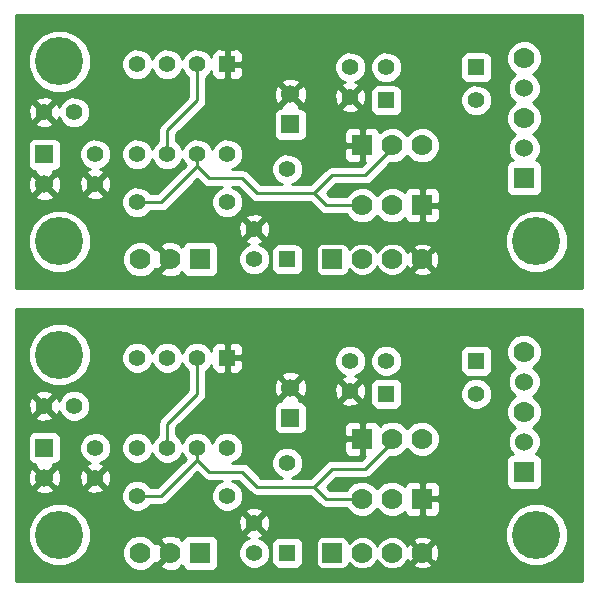
<source format=gbl>
G04 (created by PCBNEW (2013-june-11)-stable) date Tue 09 Dec 2014 10:34:20 PM EST*
%MOIN*%
G04 Gerber Fmt 3.4, Leading zero omitted, Abs format*
%FSLAX34Y34*%
G01*
G70*
G90*
G04 APERTURE LIST*
%ADD10C,0.00590551*%
%ADD11R,0.07X0.07*%
%ADD12C,0.07*%
%ADD13C,0.06*%
%ADD14R,0.055X0.055*%
%ADD15C,0.055*%
%ADD16C,0.16*%
%ADD17R,0.06X0.06*%
%ADD18C,0.01*%
G04 APERTURE END LIST*
G54D10*
G54D11*
X21800Y-14500D03*
G54D12*
X20800Y-14500D03*
X19800Y-14500D03*
X20800Y-12500D03*
X21800Y-12500D03*
G54D11*
X19800Y-12500D03*
X18800Y-16300D03*
G54D12*
X19800Y-16300D03*
X20800Y-16300D03*
X21800Y-16300D03*
X25200Y-11600D03*
G54D11*
X25200Y-13600D03*
G54D12*
X25200Y-9600D03*
G54D13*
X25200Y-12600D03*
X25200Y-10600D03*
G54D11*
X14400Y-16300D03*
G54D12*
X12400Y-16300D03*
X13400Y-16300D03*
G54D14*
X15300Y-9800D03*
G54D15*
X14300Y-9800D03*
X13300Y-9800D03*
X12300Y-9800D03*
X12300Y-12800D03*
X13300Y-12800D03*
X14300Y-12800D03*
X15300Y-12800D03*
G54D14*
X23600Y-9900D03*
G54D15*
X20600Y-9900D03*
G54D14*
X20600Y-11000D03*
G54D15*
X23600Y-11000D03*
X10900Y-13800D03*
X10900Y-12800D03*
X19400Y-9900D03*
X19400Y-10900D03*
X12300Y-14400D03*
X15300Y-14400D03*
G54D14*
X17300Y-16300D03*
G54D15*
X17300Y-13300D03*
X9200Y-11400D03*
X10200Y-11400D03*
G54D16*
X9700Y-9700D03*
G54D17*
X9200Y-12800D03*
G54D13*
X9200Y-13800D03*
G54D16*
X25600Y-15700D03*
X9700Y-15700D03*
G54D17*
X17400Y-11800D03*
G54D13*
X17400Y-10800D03*
G54D15*
X16200Y-15300D03*
X16200Y-16300D03*
G54D11*
X21800Y-24283D03*
G54D12*
X20800Y-24283D03*
X19800Y-24283D03*
X20800Y-22283D03*
X21800Y-22283D03*
G54D11*
X19800Y-22283D03*
X18800Y-26083D03*
G54D12*
X19800Y-26083D03*
X20800Y-26083D03*
X21800Y-26083D03*
X25200Y-21383D03*
G54D11*
X25200Y-23383D03*
G54D12*
X25200Y-19383D03*
G54D13*
X25200Y-22383D03*
X25200Y-20383D03*
G54D11*
X14400Y-26083D03*
G54D12*
X12400Y-26083D03*
X13400Y-26083D03*
G54D14*
X15300Y-19583D03*
G54D15*
X14300Y-19583D03*
X13300Y-19583D03*
X12300Y-19583D03*
X12300Y-22583D03*
X13300Y-22583D03*
X14300Y-22583D03*
X15300Y-22583D03*
G54D14*
X23600Y-19683D03*
G54D15*
X20600Y-19683D03*
G54D14*
X20600Y-20783D03*
G54D15*
X23600Y-20783D03*
X10900Y-23583D03*
X10900Y-22583D03*
X19400Y-19683D03*
X19400Y-20683D03*
X12300Y-24183D03*
X15300Y-24183D03*
G54D14*
X17300Y-26083D03*
G54D15*
X17300Y-23083D03*
X9200Y-21183D03*
X10200Y-21183D03*
G54D16*
X9700Y-19483D03*
G54D17*
X9200Y-22583D03*
G54D13*
X9200Y-23583D03*
G54D16*
X25600Y-25483D03*
X9700Y-25483D03*
G54D17*
X17400Y-21583D03*
G54D13*
X17400Y-20583D03*
G54D15*
X16200Y-25083D03*
X16200Y-26083D03*
G54D18*
X12300Y-14400D02*
X13100Y-14400D01*
X13100Y-14400D02*
X14300Y-13200D01*
X18200Y-14100D02*
X16300Y-14100D01*
X14300Y-13200D02*
X14300Y-12800D01*
X14700Y-13600D02*
X14300Y-13200D01*
X15800Y-13600D02*
X14700Y-13600D01*
X16300Y-14100D02*
X15800Y-13600D01*
X18800Y-13500D02*
X18900Y-13500D01*
X18800Y-13500D02*
X18200Y-14100D01*
X19900Y-13500D02*
X18900Y-13500D01*
X18900Y-13500D02*
X18800Y-13500D01*
X20800Y-12500D02*
X20800Y-12600D01*
X20800Y-12600D02*
X19900Y-13500D01*
X18600Y-14500D02*
X18200Y-14100D01*
X19800Y-14500D02*
X18600Y-14500D01*
X12300Y-24183D02*
X13100Y-24183D01*
X13100Y-24183D02*
X14300Y-22983D01*
X18200Y-23883D02*
X16300Y-23883D01*
X14300Y-22983D02*
X14300Y-22583D01*
X14700Y-23383D02*
X14300Y-22983D01*
X15800Y-23383D02*
X14700Y-23383D01*
X16300Y-23883D02*
X15800Y-23383D01*
X18800Y-23283D02*
X18900Y-23283D01*
X18800Y-23283D02*
X18200Y-23883D01*
X19900Y-23283D02*
X18900Y-23283D01*
X18900Y-23283D02*
X18800Y-23283D01*
X20800Y-22283D02*
X20800Y-22383D01*
X20800Y-22383D02*
X19900Y-23283D01*
X18600Y-24283D02*
X18200Y-23883D01*
X19800Y-24283D02*
X18600Y-24283D01*
X13300Y-12800D02*
X13300Y-12000D01*
X14300Y-11000D02*
X14300Y-9800D01*
X13300Y-12000D02*
X14300Y-11000D01*
X13300Y-22583D02*
X13300Y-21783D01*
X14300Y-20783D02*
X14300Y-19583D01*
X13300Y-21783D02*
X14300Y-20783D01*
G54D10*
G36*
X27130Y-17250D02*
X26999Y-17250D01*
X26930Y-17249D01*
X26930Y-17250D01*
X26650Y-17250D01*
X26650Y-15492D01*
X26490Y-15106D01*
X26195Y-14810D01*
X25809Y-14650D01*
X25800Y-14650D01*
X25800Y-11481D01*
X25708Y-11260D01*
X25540Y-11091D01*
X25495Y-11073D01*
X25511Y-11066D01*
X25665Y-10911D01*
X25749Y-10709D01*
X25750Y-10491D01*
X25666Y-10288D01*
X25511Y-10134D01*
X25495Y-10127D01*
X25539Y-10108D01*
X25708Y-9940D01*
X25799Y-9719D01*
X25800Y-9481D01*
X25708Y-9260D01*
X25540Y-9091D01*
X25319Y-9000D01*
X25081Y-8999D01*
X24860Y-9091D01*
X24691Y-9259D01*
X24600Y-9480D01*
X24599Y-9718D01*
X24691Y-9939D01*
X24859Y-10108D01*
X24904Y-10126D01*
X24888Y-10133D01*
X24734Y-10288D01*
X24650Y-10490D01*
X24649Y-10708D01*
X24733Y-10911D01*
X24888Y-11065D01*
X24904Y-11072D01*
X24860Y-11091D01*
X24691Y-11259D01*
X24600Y-11480D01*
X24599Y-11718D01*
X24691Y-11939D01*
X24859Y-12108D01*
X24904Y-12126D01*
X24888Y-12133D01*
X24734Y-12288D01*
X24650Y-12490D01*
X24649Y-12708D01*
X24733Y-12911D01*
X24822Y-12999D01*
X24800Y-12999D01*
X24708Y-13037D01*
X24638Y-13108D01*
X24600Y-13200D01*
X24599Y-13299D01*
X24599Y-13999D01*
X24637Y-14091D01*
X24708Y-14161D01*
X24800Y-14199D01*
X24899Y-14200D01*
X25599Y-14200D01*
X25691Y-14162D01*
X25761Y-14091D01*
X25799Y-13999D01*
X25800Y-13900D01*
X25800Y-13200D01*
X25762Y-13108D01*
X25691Y-13038D01*
X25599Y-13000D01*
X25577Y-13000D01*
X25665Y-12911D01*
X25749Y-12709D01*
X25750Y-12491D01*
X25666Y-12288D01*
X25511Y-12134D01*
X25495Y-12127D01*
X25539Y-12108D01*
X25708Y-11940D01*
X25799Y-11719D01*
X25800Y-11481D01*
X25800Y-14650D01*
X25392Y-14649D01*
X25006Y-14809D01*
X24710Y-15104D01*
X24550Y-15490D01*
X24549Y-15907D01*
X24709Y-16294D01*
X25004Y-16589D01*
X25390Y-16749D01*
X25807Y-16750D01*
X26194Y-16590D01*
X26489Y-16295D01*
X26649Y-15909D01*
X26650Y-15492D01*
X26650Y-17250D01*
X26399Y-17250D01*
X26330Y-17249D01*
X26330Y-17250D01*
X25799Y-17250D01*
X25730Y-17249D01*
X25730Y-17250D01*
X25199Y-17250D01*
X25130Y-17249D01*
X25130Y-17250D01*
X24599Y-17250D01*
X24530Y-17249D01*
X24530Y-17250D01*
X24125Y-17250D01*
X24125Y-10896D01*
X24125Y-10895D01*
X24125Y-10125D01*
X24125Y-9575D01*
X24087Y-9483D01*
X24016Y-9413D01*
X23924Y-9375D01*
X23825Y-9374D01*
X23275Y-9374D01*
X23183Y-9412D01*
X23113Y-9483D01*
X23075Y-9575D01*
X23074Y-9674D01*
X23074Y-10224D01*
X23112Y-10316D01*
X23183Y-10386D01*
X23275Y-10424D01*
X23374Y-10425D01*
X23924Y-10425D01*
X24016Y-10387D01*
X24086Y-10316D01*
X24124Y-10224D01*
X24125Y-10125D01*
X24125Y-10895D01*
X24045Y-10703D01*
X23897Y-10555D01*
X23704Y-10475D01*
X23496Y-10474D01*
X23303Y-10554D01*
X23155Y-10702D01*
X23075Y-10895D01*
X23074Y-11103D01*
X23154Y-11297D01*
X23302Y-11444D01*
X23495Y-11524D01*
X23703Y-11525D01*
X23897Y-11445D01*
X24044Y-11297D01*
X24124Y-11104D01*
X24125Y-10896D01*
X24125Y-17250D01*
X23999Y-17250D01*
X23930Y-17249D01*
X23930Y-17250D01*
X23399Y-17250D01*
X23330Y-17249D01*
X23330Y-17250D01*
X22799Y-17250D01*
X22730Y-17249D01*
X22730Y-17250D01*
X22400Y-17250D01*
X22400Y-12381D01*
X22308Y-12160D01*
X22140Y-11991D01*
X21919Y-11900D01*
X21681Y-11899D01*
X21460Y-11991D01*
X21299Y-12151D01*
X21140Y-11991D01*
X21125Y-11985D01*
X21125Y-9796D01*
X21045Y-9603D01*
X20897Y-9455D01*
X20704Y-9375D01*
X20496Y-9374D01*
X20303Y-9454D01*
X20155Y-9602D01*
X20075Y-9795D01*
X20074Y-10003D01*
X20154Y-10197D01*
X20302Y-10344D01*
X20495Y-10424D01*
X20703Y-10425D01*
X20897Y-10345D01*
X21044Y-10197D01*
X21124Y-10004D01*
X21125Y-9796D01*
X21125Y-11985D01*
X21125Y-11985D01*
X21125Y-11225D01*
X21125Y-10675D01*
X21087Y-10583D01*
X21016Y-10513D01*
X20924Y-10475D01*
X20825Y-10474D01*
X20275Y-10474D01*
X20183Y-10512D01*
X20113Y-10583D01*
X20075Y-10675D01*
X20074Y-10774D01*
X20074Y-11324D01*
X20112Y-11416D01*
X20183Y-11486D01*
X20275Y-11524D01*
X20374Y-11525D01*
X20924Y-11525D01*
X21016Y-11487D01*
X21086Y-11416D01*
X21124Y-11324D01*
X21125Y-11225D01*
X21125Y-11985D01*
X20919Y-11900D01*
X20681Y-11899D01*
X20460Y-11991D01*
X20385Y-12065D01*
X20362Y-12008D01*
X20291Y-11938D01*
X20199Y-11900D01*
X20100Y-11899D01*
X19929Y-11899D01*
X19929Y-10975D01*
X19925Y-10887D01*
X19925Y-9796D01*
X19845Y-9603D01*
X19697Y-9455D01*
X19504Y-9375D01*
X19296Y-9374D01*
X19103Y-9454D01*
X18955Y-9602D01*
X18875Y-9795D01*
X18874Y-10003D01*
X18954Y-10197D01*
X19102Y-10344D01*
X19228Y-10397D01*
X19127Y-10439D01*
X19102Y-10532D01*
X19400Y-10829D01*
X19697Y-10532D01*
X19672Y-10439D01*
X19562Y-10400D01*
X19697Y-10345D01*
X19844Y-10197D01*
X19924Y-10004D01*
X19925Y-9796D01*
X19925Y-10887D01*
X19918Y-10767D01*
X19860Y-10627D01*
X19767Y-10602D01*
X19470Y-10900D01*
X19767Y-11197D01*
X19860Y-11172D01*
X19929Y-10975D01*
X19929Y-11899D01*
X19912Y-11900D01*
X19850Y-11962D01*
X19850Y-12450D01*
X19857Y-12450D01*
X19857Y-12550D01*
X19850Y-12550D01*
X19850Y-13037D01*
X19894Y-13081D01*
X19775Y-13200D01*
X19750Y-13200D01*
X19750Y-13037D01*
X19750Y-12550D01*
X19750Y-12450D01*
X19750Y-11962D01*
X19697Y-11909D01*
X19697Y-11267D01*
X19400Y-10970D01*
X19329Y-11041D01*
X19329Y-10900D01*
X19032Y-10602D01*
X18939Y-10627D01*
X18870Y-10824D01*
X18881Y-11032D01*
X18939Y-11172D01*
X19032Y-11197D01*
X19329Y-10900D01*
X19329Y-11041D01*
X19102Y-11267D01*
X19127Y-11360D01*
X19324Y-11429D01*
X19532Y-11418D01*
X19672Y-11360D01*
X19697Y-11267D01*
X19697Y-11909D01*
X19687Y-11900D01*
X19499Y-11899D01*
X19400Y-11900D01*
X19308Y-11938D01*
X19237Y-12008D01*
X19199Y-12100D01*
X19200Y-12387D01*
X19262Y-12450D01*
X19750Y-12450D01*
X19750Y-12550D01*
X19262Y-12550D01*
X19200Y-12612D01*
X19199Y-12899D01*
X19237Y-12991D01*
X19308Y-13061D01*
X19400Y-13099D01*
X19499Y-13100D01*
X19687Y-13100D01*
X19750Y-13037D01*
X19750Y-13200D01*
X18900Y-13200D01*
X18800Y-13200D01*
X18685Y-13222D01*
X18587Y-13287D01*
X18075Y-13800D01*
X17954Y-13800D01*
X17954Y-10881D01*
X17943Y-10663D01*
X17881Y-10512D01*
X17785Y-10484D01*
X17715Y-10555D01*
X17715Y-10414D01*
X17687Y-10318D01*
X17481Y-10245D01*
X17263Y-10256D01*
X17112Y-10318D01*
X17084Y-10414D01*
X17400Y-10729D01*
X17715Y-10414D01*
X17715Y-10555D01*
X17470Y-10800D01*
X17785Y-11115D01*
X17881Y-11087D01*
X17954Y-10881D01*
X17954Y-13800D01*
X17950Y-13800D01*
X17950Y-12050D01*
X17950Y-11450D01*
X17912Y-11358D01*
X17841Y-11288D01*
X17749Y-11250D01*
X17696Y-11249D01*
X17715Y-11185D01*
X17400Y-10870D01*
X17329Y-10941D01*
X17329Y-10800D01*
X17014Y-10484D01*
X16918Y-10512D01*
X16845Y-10718D01*
X16856Y-10936D01*
X16918Y-11087D01*
X17014Y-11115D01*
X17329Y-10800D01*
X17329Y-10941D01*
X17084Y-11185D01*
X17103Y-11249D01*
X17050Y-11249D01*
X16958Y-11287D01*
X16888Y-11358D01*
X16850Y-11450D01*
X16849Y-11549D01*
X16849Y-12149D01*
X16887Y-12241D01*
X16958Y-12311D01*
X17050Y-12349D01*
X17149Y-12350D01*
X17749Y-12350D01*
X17841Y-12312D01*
X17911Y-12241D01*
X17949Y-12149D01*
X17950Y-12050D01*
X17950Y-13800D01*
X17464Y-13800D01*
X17597Y-13745D01*
X17744Y-13597D01*
X17824Y-13404D01*
X17825Y-13196D01*
X17745Y-13003D01*
X17597Y-12855D01*
X17404Y-12775D01*
X17196Y-12774D01*
X17003Y-12854D01*
X16855Y-13002D01*
X16775Y-13195D01*
X16774Y-13403D01*
X16854Y-13597D01*
X17002Y-13744D01*
X17135Y-13800D01*
X16424Y-13800D01*
X16012Y-13387D01*
X15914Y-13322D01*
X15800Y-13300D01*
X15464Y-13300D01*
X15597Y-13245D01*
X15744Y-13097D01*
X15824Y-12904D01*
X15825Y-12696D01*
X15825Y-12695D01*
X15825Y-10025D01*
X15825Y-9574D01*
X15824Y-9475D01*
X15786Y-9383D01*
X15716Y-9312D01*
X15624Y-9274D01*
X15412Y-9275D01*
X15350Y-9337D01*
X15350Y-9750D01*
X15762Y-9750D01*
X15825Y-9687D01*
X15825Y-9574D01*
X15825Y-10025D01*
X15825Y-9912D01*
X15762Y-9850D01*
X15350Y-9850D01*
X15350Y-10262D01*
X15412Y-10325D01*
X15624Y-10325D01*
X15716Y-10287D01*
X15786Y-10216D01*
X15824Y-10124D01*
X15825Y-10025D01*
X15825Y-12695D01*
X15745Y-12503D01*
X15597Y-12355D01*
X15404Y-12275D01*
X15196Y-12274D01*
X15003Y-12354D01*
X14855Y-12502D01*
X14799Y-12635D01*
X14745Y-12503D01*
X14597Y-12355D01*
X14404Y-12275D01*
X14196Y-12274D01*
X14003Y-12354D01*
X13855Y-12502D01*
X13799Y-12635D01*
X13745Y-12503D01*
X13600Y-12357D01*
X13600Y-12124D01*
X14512Y-11212D01*
X14512Y-11212D01*
X14577Y-11114D01*
X14599Y-11000D01*
X14600Y-11000D01*
X14600Y-10242D01*
X14744Y-10097D01*
X14774Y-10025D01*
X14774Y-10025D01*
X14775Y-10124D01*
X14813Y-10216D01*
X14883Y-10287D01*
X14975Y-10325D01*
X15187Y-10325D01*
X15250Y-10262D01*
X15250Y-9850D01*
X15242Y-9850D01*
X15242Y-9750D01*
X15250Y-9750D01*
X15250Y-9337D01*
X15187Y-9275D01*
X14975Y-9274D01*
X14883Y-9312D01*
X14813Y-9383D01*
X14775Y-9475D01*
X14774Y-9574D01*
X14774Y-9574D01*
X14745Y-9503D01*
X14597Y-9355D01*
X14404Y-9275D01*
X14196Y-9274D01*
X14003Y-9354D01*
X13855Y-9502D01*
X13799Y-9635D01*
X13745Y-9503D01*
X13597Y-9355D01*
X13404Y-9275D01*
X13196Y-9274D01*
X13003Y-9354D01*
X12855Y-9502D01*
X12799Y-9635D01*
X12745Y-9503D01*
X12597Y-9355D01*
X12404Y-9275D01*
X12196Y-9274D01*
X12003Y-9354D01*
X11855Y-9502D01*
X11775Y-9695D01*
X11774Y-9903D01*
X11854Y-10097D01*
X12002Y-10244D01*
X12195Y-10324D01*
X12403Y-10325D01*
X12597Y-10245D01*
X12744Y-10097D01*
X12800Y-9964D01*
X12854Y-10097D01*
X13002Y-10244D01*
X13195Y-10324D01*
X13403Y-10325D01*
X13597Y-10245D01*
X13744Y-10097D01*
X13800Y-9964D01*
X13854Y-10097D01*
X14000Y-10242D01*
X14000Y-10875D01*
X13087Y-11787D01*
X13022Y-11885D01*
X13000Y-12000D01*
X13000Y-12357D01*
X12855Y-12502D01*
X12799Y-12635D01*
X12745Y-12503D01*
X12597Y-12355D01*
X12404Y-12275D01*
X12196Y-12274D01*
X12003Y-12354D01*
X11855Y-12502D01*
X11775Y-12695D01*
X11774Y-12903D01*
X11854Y-13097D01*
X12002Y-13244D01*
X12195Y-13324D01*
X12403Y-13325D01*
X12597Y-13245D01*
X12744Y-13097D01*
X12800Y-12964D01*
X12854Y-13097D01*
X13002Y-13244D01*
X13195Y-13324D01*
X13403Y-13325D01*
X13597Y-13245D01*
X13744Y-13097D01*
X13800Y-12964D01*
X13854Y-13097D01*
X13916Y-13159D01*
X12975Y-14100D01*
X12742Y-14100D01*
X12597Y-13955D01*
X12404Y-13875D01*
X12196Y-13874D01*
X12003Y-13954D01*
X11855Y-14102D01*
X11775Y-14295D01*
X11774Y-14503D01*
X11854Y-14697D01*
X12002Y-14844D01*
X12195Y-14924D01*
X12403Y-14925D01*
X12597Y-14845D01*
X12742Y-14700D01*
X13100Y-14700D01*
X13100Y-14699D01*
X13214Y-14677D01*
X13214Y-14677D01*
X13312Y-14612D01*
X14300Y-13624D01*
X14487Y-13812D01*
X14487Y-13812D01*
X14585Y-13877D01*
X14699Y-13899D01*
X14700Y-13900D01*
X15135Y-13900D01*
X15003Y-13954D01*
X14855Y-14102D01*
X14775Y-14295D01*
X14774Y-14503D01*
X14854Y-14697D01*
X15002Y-14844D01*
X15195Y-14924D01*
X15403Y-14925D01*
X15597Y-14845D01*
X15744Y-14697D01*
X15824Y-14504D01*
X15825Y-14296D01*
X15745Y-14103D01*
X15597Y-13955D01*
X15464Y-13900D01*
X15675Y-13900D01*
X16087Y-14312D01*
X16087Y-14312D01*
X16185Y-14377D01*
X16300Y-14400D01*
X18075Y-14400D01*
X18387Y-14712D01*
X18387Y-14712D01*
X18485Y-14777D01*
X18599Y-14799D01*
X18600Y-14800D01*
X19274Y-14800D01*
X19291Y-14839D01*
X19459Y-15008D01*
X19680Y-15099D01*
X19918Y-15100D01*
X20139Y-15008D01*
X20300Y-14848D01*
X20459Y-15008D01*
X20680Y-15099D01*
X20918Y-15100D01*
X21139Y-15008D01*
X21214Y-14934D01*
X21237Y-14991D01*
X21308Y-15061D01*
X21400Y-15099D01*
X21499Y-15100D01*
X21687Y-15100D01*
X21750Y-15037D01*
X21750Y-14550D01*
X21742Y-14550D01*
X21742Y-14450D01*
X21750Y-14450D01*
X21750Y-13962D01*
X21687Y-13900D01*
X21499Y-13899D01*
X21400Y-13900D01*
X21308Y-13938D01*
X21237Y-14008D01*
X21214Y-14065D01*
X21140Y-13991D01*
X20919Y-13900D01*
X20681Y-13899D01*
X20460Y-13991D01*
X20299Y-14151D01*
X20140Y-13991D01*
X19919Y-13900D01*
X19681Y-13899D01*
X19460Y-13991D01*
X19291Y-14159D01*
X19274Y-14200D01*
X18724Y-14200D01*
X18624Y-14099D01*
X18924Y-13800D01*
X19900Y-13800D01*
X19900Y-13799D01*
X20014Y-13777D01*
X20014Y-13777D01*
X20112Y-13712D01*
X20724Y-13099D01*
X20918Y-13100D01*
X21139Y-13008D01*
X21300Y-12848D01*
X21459Y-13008D01*
X21680Y-13099D01*
X21918Y-13100D01*
X22139Y-13008D01*
X22308Y-12840D01*
X22399Y-12619D01*
X22400Y-12381D01*
X22400Y-17250D01*
X22400Y-17250D01*
X22400Y-14899D01*
X22400Y-14100D01*
X22362Y-14008D01*
X22291Y-13938D01*
X22199Y-13900D01*
X22100Y-13899D01*
X21912Y-13900D01*
X21850Y-13962D01*
X21850Y-14450D01*
X22337Y-14450D01*
X22400Y-14387D01*
X22400Y-14100D01*
X22400Y-14899D01*
X22400Y-14612D01*
X22337Y-14550D01*
X21850Y-14550D01*
X21850Y-15037D01*
X21912Y-15100D01*
X22100Y-15100D01*
X22199Y-15099D01*
X22291Y-15061D01*
X22362Y-14991D01*
X22400Y-14899D01*
X22400Y-17250D01*
X22354Y-17250D01*
X22354Y-16381D01*
X22343Y-16163D01*
X22281Y-16012D01*
X22185Y-15984D01*
X22115Y-16055D01*
X22115Y-15914D01*
X22087Y-15818D01*
X21881Y-15745D01*
X21663Y-15756D01*
X21512Y-15818D01*
X21484Y-15914D01*
X21800Y-16229D01*
X22115Y-15914D01*
X22115Y-16055D01*
X21870Y-16300D01*
X22185Y-16615D01*
X22281Y-16587D01*
X22354Y-16381D01*
X22354Y-17250D01*
X22199Y-17250D01*
X22130Y-17249D01*
X22130Y-17250D01*
X22115Y-17250D01*
X22115Y-16685D01*
X21800Y-16370D01*
X21729Y-16441D01*
X21729Y-16300D01*
X21414Y-15984D01*
X21318Y-16012D01*
X21299Y-16067D01*
X21266Y-15988D01*
X21111Y-15834D01*
X20909Y-15750D01*
X20691Y-15749D01*
X20488Y-15833D01*
X20334Y-15988D01*
X20300Y-16069D01*
X20266Y-15988D01*
X20111Y-15834D01*
X19909Y-15750D01*
X19691Y-15749D01*
X19488Y-15833D01*
X19350Y-15972D01*
X19350Y-15950D01*
X19312Y-15858D01*
X19241Y-15788D01*
X19149Y-15750D01*
X19050Y-15749D01*
X18450Y-15749D01*
X18358Y-15787D01*
X18288Y-15858D01*
X18250Y-15950D01*
X18249Y-16049D01*
X18249Y-16649D01*
X18287Y-16741D01*
X18358Y-16811D01*
X18450Y-16849D01*
X18549Y-16850D01*
X19149Y-16850D01*
X19241Y-16812D01*
X19311Y-16741D01*
X19349Y-16649D01*
X19349Y-16627D01*
X19488Y-16765D01*
X19690Y-16849D01*
X19908Y-16850D01*
X20111Y-16766D01*
X20265Y-16611D01*
X20299Y-16530D01*
X20333Y-16611D01*
X20488Y-16765D01*
X20690Y-16849D01*
X20908Y-16850D01*
X21111Y-16766D01*
X21265Y-16611D01*
X21297Y-16536D01*
X21318Y-16587D01*
X21414Y-16615D01*
X21729Y-16300D01*
X21729Y-16441D01*
X21484Y-16685D01*
X21512Y-16781D01*
X21718Y-16854D01*
X21936Y-16843D01*
X22087Y-16781D01*
X22115Y-16685D01*
X22115Y-17250D01*
X21599Y-17250D01*
X21530Y-17249D01*
X21530Y-17250D01*
X20999Y-17250D01*
X20930Y-17249D01*
X20930Y-17250D01*
X20399Y-17250D01*
X20330Y-17249D01*
X20330Y-17250D01*
X19799Y-17250D01*
X19730Y-17249D01*
X19730Y-17250D01*
X19199Y-17250D01*
X19130Y-17249D01*
X19130Y-17250D01*
X18599Y-17250D01*
X18530Y-17249D01*
X18530Y-17250D01*
X17999Y-17250D01*
X17930Y-17249D01*
X17930Y-17250D01*
X17825Y-17250D01*
X17825Y-16525D01*
X17825Y-15975D01*
X17787Y-15883D01*
X17716Y-15813D01*
X17624Y-15775D01*
X17525Y-15774D01*
X16975Y-15774D01*
X16883Y-15812D01*
X16813Y-15883D01*
X16775Y-15975D01*
X16774Y-16074D01*
X16774Y-16624D01*
X16812Y-16716D01*
X16883Y-16786D01*
X16975Y-16824D01*
X17074Y-16825D01*
X17624Y-16825D01*
X17716Y-16787D01*
X17786Y-16716D01*
X17824Y-16624D01*
X17825Y-16525D01*
X17825Y-17250D01*
X17399Y-17250D01*
X17330Y-17249D01*
X17330Y-17250D01*
X16799Y-17250D01*
X16730Y-17249D01*
X16730Y-17250D01*
X16729Y-17250D01*
X16729Y-15375D01*
X16718Y-15167D01*
X16660Y-15027D01*
X16567Y-15002D01*
X16497Y-15073D01*
X16497Y-14932D01*
X16472Y-14839D01*
X16275Y-14770D01*
X16067Y-14781D01*
X15927Y-14839D01*
X15902Y-14932D01*
X16200Y-15229D01*
X16497Y-14932D01*
X16497Y-15073D01*
X16270Y-15300D01*
X16567Y-15597D01*
X16660Y-15572D01*
X16729Y-15375D01*
X16729Y-17250D01*
X16725Y-17250D01*
X16725Y-16196D01*
X16645Y-16003D01*
X16497Y-15855D01*
X16371Y-15802D01*
X16472Y-15760D01*
X16497Y-15667D01*
X16200Y-15370D01*
X16129Y-15441D01*
X16129Y-15300D01*
X15832Y-15002D01*
X15739Y-15027D01*
X15670Y-15224D01*
X15681Y-15432D01*
X15739Y-15572D01*
X15832Y-15597D01*
X16129Y-15300D01*
X16129Y-15441D01*
X15902Y-15667D01*
X15927Y-15760D01*
X16037Y-15799D01*
X15903Y-15854D01*
X15755Y-16002D01*
X15675Y-16195D01*
X15674Y-16403D01*
X15754Y-16597D01*
X15902Y-16744D01*
X16095Y-16824D01*
X16303Y-16825D01*
X16497Y-16745D01*
X16644Y-16597D01*
X16724Y-16404D01*
X16725Y-16196D01*
X16725Y-17250D01*
X16199Y-17250D01*
X16130Y-17249D01*
X16130Y-17250D01*
X15599Y-17250D01*
X15530Y-17249D01*
X15530Y-17250D01*
X15000Y-17250D01*
X15000Y-16600D01*
X15000Y-15900D01*
X14962Y-15808D01*
X14891Y-15738D01*
X14799Y-15700D01*
X14700Y-15699D01*
X14000Y-15699D01*
X13908Y-15737D01*
X13838Y-15808D01*
X13818Y-15854D01*
X13796Y-15832D01*
X13751Y-15877D01*
X13717Y-15777D01*
X13493Y-15695D01*
X13255Y-15705D01*
X13082Y-15777D01*
X13048Y-15877D01*
X13400Y-16229D01*
X13405Y-16223D01*
X13476Y-16294D01*
X13470Y-16300D01*
X13476Y-16305D01*
X13405Y-16376D01*
X13400Y-16370D01*
X13329Y-16441D01*
X13329Y-16300D01*
X12977Y-15948D01*
X12912Y-15970D01*
X12908Y-15960D01*
X12740Y-15791D01*
X12519Y-15700D01*
X12281Y-15699D01*
X12060Y-15791D01*
X11891Y-15959D01*
X11800Y-16180D01*
X11799Y-16418D01*
X11891Y-16639D01*
X12059Y-16808D01*
X12280Y-16899D01*
X12518Y-16900D01*
X12739Y-16808D01*
X12908Y-16640D01*
X12912Y-16629D01*
X12977Y-16651D01*
X13329Y-16300D01*
X13329Y-16441D01*
X13048Y-16722D01*
X13082Y-16822D01*
X13306Y-16904D01*
X13544Y-16894D01*
X13717Y-16822D01*
X13751Y-16722D01*
X13751Y-16722D01*
X13796Y-16767D01*
X13818Y-16745D01*
X13837Y-16791D01*
X13908Y-16861D01*
X14000Y-16899D01*
X14099Y-16900D01*
X14799Y-16900D01*
X14891Y-16862D01*
X14961Y-16791D01*
X14999Y-16699D01*
X15000Y-16600D01*
X15000Y-17250D01*
X14999Y-17250D01*
X14930Y-17249D01*
X14930Y-17250D01*
X14399Y-17250D01*
X14330Y-17249D01*
X14330Y-17250D01*
X13799Y-17250D01*
X13751Y-17249D01*
X13730Y-17249D01*
X13730Y-17250D01*
X13199Y-17250D01*
X13130Y-17249D01*
X13130Y-17250D01*
X12599Y-17250D01*
X12530Y-17249D01*
X12530Y-17250D01*
X11999Y-17250D01*
X11930Y-17249D01*
X11930Y-17250D01*
X11429Y-17250D01*
X11429Y-13875D01*
X11425Y-13787D01*
X11425Y-12696D01*
X11345Y-12503D01*
X11197Y-12355D01*
X11004Y-12275D01*
X10796Y-12274D01*
X10750Y-12293D01*
X10750Y-9492D01*
X10590Y-9106D01*
X10295Y-8810D01*
X9909Y-8650D01*
X9492Y-8649D01*
X9106Y-8809D01*
X8810Y-9104D01*
X8650Y-9490D01*
X8649Y-9907D01*
X8809Y-10294D01*
X9104Y-10589D01*
X9490Y-10749D01*
X9907Y-10750D01*
X10294Y-10590D01*
X10589Y-10295D01*
X10749Y-9909D01*
X10750Y-9492D01*
X10750Y-12293D01*
X10725Y-12304D01*
X10725Y-11296D01*
X10645Y-11103D01*
X10497Y-10955D01*
X10304Y-10875D01*
X10096Y-10874D01*
X9903Y-10954D01*
X9755Y-11102D01*
X9702Y-11228D01*
X9660Y-11127D01*
X9567Y-11102D01*
X9497Y-11173D01*
X9497Y-11032D01*
X9472Y-10939D01*
X9275Y-10870D01*
X9067Y-10881D01*
X8927Y-10939D01*
X8902Y-11032D01*
X9200Y-11329D01*
X9497Y-11032D01*
X9497Y-11173D01*
X9270Y-11400D01*
X9567Y-11697D01*
X9660Y-11672D01*
X9699Y-11562D01*
X9754Y-11697D01*
X9902Y-11844D01*
X10095Y-11924D01*
X10303Y-11925D01*
X10497Y-11845D01*
X10644Y-11697D01*
X10724Y-11504D01*
X10725Y-11296D01*
X10725Y-12304D01*
X10603Y-12354D01*
X10455Y-12502D01*
X10375Y-12695D01*
X10374Y-12903D01*
X10454Y-13097D01*
X10602Y-13244D01*
X10728Y-13297D01*
X10627Y-13339D01*
X10602Y-13432D01*
X10900Y-13729D01*
X11197Y-13432D01*
X11172Y-13339D01*
X11062Y-13300D01*
X11197Y-13245D01*
X11344Y-13097D01*
X11424Y-12904D01*
X11425Y-12696D01*
X11425Y-13787D01*
X11418Y-13667D01*
X11360Y-13527D01*
X11267Y-13502D01*
X10970Y-13800D01*
X11267Y-14097D01*
X11360Y-14072D01*
X11429Y-13875D01*
X11429Y-17250D01*
X11399Y-17250D01*
X11330Y-17249D01*
X11330Y-17250D01*
X11197Y-17250D01*
X11197Y-14167D01*
X10900Y-13870D01*
X10829Y-13941D01*
X10829Y-13800D01*
X10532Y-13502D01*
X10439Y-13527D01*
X10370Y-13724D01*
X10381Y-13932D01*
X10439Y-14072D01*
X10532Y-14097D01*
X10829Y-13800D01*
X10829Y-13941D01*
X10602Y-14167D01*
X10627Y-14260D01*
X10824Y-14329D01*
X11032Y-14318D01*
X11172Y-14260D01*
X11197Y-14167D01*
X11197Y-17250D01*
X10799Y-17250D01*
X10750Y-17249D01*
X10750Y-15492D01*
X10590Y-15106D01*
X10295Y-14810D01*
X9909Y-14650D01*
X9754Y-14650D01*
X9754Y-13881D01*
X9750Y-13787D01*
X9750Y-13050D01*
X9750Y-12450D01*
X9712Y-12358D01*
X9641Y-12288D01*
X9549Y-12250D01*
X9497Y-12249D01*
X9497Y-11767D01*
X9200Y-11470D01*
X9129Y-11541D01*
X9129Y-11400D01*
X8832Y-11102D01*
X8739Y-11127D01*
X8670Y-11324D01*
X8681Y-11532D01*
X8739Y-11672D01*
X8832Y-11697D01*
X9129Y-11400D01*
X9129Y-11541D01*
X8902Y-11767D01*
X8927Y-11860D01*
X9124Y-11929D01*
X9332Y-11918D01*
X9472Y-11860D01*
X9497Y-11767D01*
X9497Y-12249D01*
X9450Y-12249D01*
X8850Y-12249D01*
X8758Y-12287D01*
X8688Y-12358D01*
X8650Y-12450D01*
X8649Y-12549D01*
X8649Y-13149D01*
X8687Y-13241D01*
X8758Y-13311D01*
X8850Y-13349D01*
X8903Y-13350D01*
X8884Y-13414D01*
X9200Y-13729D01*
X9515Y-13414D01*
X9496Y-13350D01*
X9549Y-13350D01*
X9641Y-13312D01*
X9711Y-13241D01*
X9749Y-13149D01*
X9750Y-13050D01*
X9750Y-13787D01*
X9743Y-13663D01*
X9681Y-13512D01*
X9585Y-13484D01*
X9270Y-13800D01*
X9585Y-14115D01*
X9681Y-14087D01*
X9754Y-13881D01*
X9754Y-14650D01*
X9515Y-14649D01*
X9515Y-14185D01*
X9200Y-13870D01*
X9129Y-13941D01*
X9129Y-13800D01*
X8814Y-13484D01*
X8718Y-13512D01*
X8645Y-13718D01*
X8656Y-13936D01*
X8718Y-14087D01*
X8814Y-14115D01*
X9129Y-13800D01*
X9129Y-13941D01*
X8884Y-14185D01*
X8912Y-14281D01*
X9118Y-14354D01*
X9336Y-14343D01*
X9487Y-14281D01*
X9515Y-14185D01*
X9515Y-14649D01*
X9492Y-14649D01*
X9106Y-14809D01*
X8810Y-15104D01*
X8650Y-15490D01*
X8649Y-15907D01*
X8809Y-16294D01*
X9104Y-16589D01*
X9490Y-16749D01*
X9907Y-16750D01*
X10294Y-16590D01*
X10589Y-16295D01*
X10749Y-15909D01*
X10750Y-15492D01*
X10750Y-17249D01*
X10730Y-17249D01*
X10730Y-17250D01*
X10199Y-17250D01*
X10130Y-17249D01*
X10130Y-17250D01*
X9599Y-17250D01*
X9530Y-17249D01*
X9530Y-17250D01*
X8999Y-17250D01*
X8930Y-17249D01*
X8930Y-17250D01*
X8399Y-17250D01*
X8330Y-17249D01*
X8330Y-17250D01*
X8250Y-17250D01*
X8250Y-8169D01*
X27130Y-8169D01*
X27130Y-17250D01*
X27130Y-17250D01*
G37*
G54D18*
X27130Y-17250D02*
X26999Y-17250D01*
X26930Y-17249D01*
X26930Y-17250D01*
X26650Y-17250D01*
X26650Y-15492D01*
X26490Y-15106D01*
X26195Y-14810D01*
X25809Y-14650D01*
X25800Y-14650D01*
X25800Y-11481D01*
X25708Y-11260D01*
X25540Y-11091D01*
X25495Y-11073D01*
X25511Y-11066D01*
X25665Y-10911D01*
X25749Y-10709D01*
X25750Y-10491D01*
X25666Y-10288D01*
X25511Y-10134D01*
X25495Y-10127D01*
X25539Y-10108D01*
X25708Y-9940D01*
X25799Y-9719D01*
X25800Y-9481D01*
X25708Y-9260D01*
X25540Y-9091D01*
X25319Y-9000D01*
X25081Y-8999D01*
X24860Y-9091D01*
X24691Y-9259D01*
X24600Y-9480D01*
X24599Y-9718D01*
X24691Y-9939D01*
X24859Y-10108D01*
X24904Y-10126D01*
X24888Y-10133D01*
X24734Y-10288D01*
X24650Y-10490D01*
X24649Y-10708D01*
X24733Y-10911D01*
X24888Y-11065D01*
X24904Y-11072D01*
X24860Y-11091D01*
X24691Y-11259D01*
X24600Y-11480D01*
X24599Y-11718D01*
X24691Y-11939D01*
X24859Y-12108D01*
X24904Y-12126D01*
X24888Y-12133D01*
X24734Y-12288D01*
X24650Y-12490D01*
X24649Y-12708D01*
X24733Y-12911D01*
X24822Y-12999D01*
X24800Y-12999D01*
X24708Y-13037D01*
X24638Y-13108D01*
X24600Y-13200D01*
X24599Y-13299D01*
X24599Y-13999D01*
X24637Y-14091D01*
X24708Y-14161D01*
X24800Y-14199D01*
X24899Y-14200D01*
X25599Y-14200D01*
X25691Y-14162D01*
X25761Y-14091D01*
X25799Y-13999D01*
X25800Y-13900D01*
X25800Y-13200D01*
X25762Y-13108D01*
X25691Y-13038D01*
X25599Y-13000D01*
X25577Y-13000D01*
X25665Y-12911D01*
X25749Y-12709D01*
X25750Y-12491D01*
X25666Y-12288D01*
X25511Y-12134D01*
X25495Y-12127D01*
X25539Y-12108D01*
X25708Y-11940D01*
X25799Y-11719D01*
X25800Y-11481D01*
X25800Y-14650D01*
X25392Y-14649D01*
X25006Y-14809D01*
X24710Y-15104D01*
X24550Y-15490D01*
X24549Y-15907D01*
X24709Y-16294D01*
X25004Y-16589D01*
X25390Y-16749D01*
X25807Y-16750D01*
X26194Y-16590D01*
X26489Y-16295D01*
X26649Y-15909D01*
X26650Y-15492D01*
X26650Y-17250D01*
X26399Y-17250D01*
X26330Y-17249D01*
X26330Y-17250D01*
X25799Y-17250D01*
X25730Y-17249D01*
X25730Y-17250D01*
X25199Y-17250D01*
X25130Y-17249D01*
X25130Y-17250D01*
X24599Y-17250D01*
X24530Y-17249D01*
X24530Y-17250D01*
X24125Y-17250D01*
X24125Y-10896D01*
X24125Y-10895D01*
X24125Y-10125D01*
X24125Y-9575D01*
X24087Y-9483D01*
X24016Y-9413D01*
X23924Y-9375D01*
X23825Y-9374D01*
X23275Y-9374D01*
X23183Y-9412D01*
X23113Y-9483D01*
X23075Y-9575D01*
X23074Y-9674D01*
X23074Y-10224D01*
X23112Y-10316D01*
X23183Y-10386D01*
X23275Y-10424D01*
X23374Y-10425D01*
X23924Y-10425D01*
X24016Y-10387D01*
X24086Y-10316D01*
X24124Y-10224D01*
X24125Y-10125D01*
X24125Y-10895D01*
X24045Y-10703D01*
X23897Y-10555D01*
X23704Y-10475D01*
X23496Y-10474D01*
X23303Y-10554D01*
X23155Y-10702D01*
X23075Y-10895D01*
X23074Y-11103D01*
X23154Y-11297D01*
X23302Y-11444D01*
X23495Y-11524D01*
X23703Y-11525D01*
X23897Y-11445D01*
X24044Y-11297D01*
X24124Y-11104D01*
X24125Y-10896D01*
X24125Y-17250D01*
X23999Y-17250D01*
X23930Y-17249D01*
X23930Y-17250D01*
X23399Y-17250D01*
X23330Y-17249D01*
X23330Y-17250D01*
X22799Y-17250D01*
X22730Y-17249D01*
X22730Y-17250D01*
X22400Y-17250D01*
X22400Y-12381D01*
X22308Y-12160D01*
X22140Y-11991D01*
X21919Y-11900D01*
X21681Y-11899D01*
X21460Y-11991D01*
X21299Y-12151D01*
X21140Y-11991D01*
X21125Y-11985D01*
X21125Y-9796D01*
X21045Y-9603D01*
X20897Y-9455D01*
X20704Y-9375D01*
X20496Y-9374D01*
X20303Y-9454D01*
X20155Y-9602D01*
X20075Y-9795D01*
X20074Y-10003D01*
X20154Y-10197D01*
X20302Y-10344D01*
X20495Y-10424D01*
X20703Y-10425D01*
X20897Y-10345D01*
X21044Y-10197D01*
X21124Y-10004D01*
X21125Y-9796D01*
X21125Y-11985D01*
X21125Y-11985D01*
X21125Y-11225D01*
X21125Y-10675D01*
X21087Y-10583D01*
X21016Y-10513D01*
X20924Y-10475D01*
X20825Y-10474D01*
X20275Y-10474D01*
X20183Y-10512D01*
X20113Y-10583D01*
X20075Y-10675D01*
X20074Y-10774D01*
X20074Y-11324D01*
X20112Y-11416D01*
X20183Y-11486D01*
X20275Y-11524D01*
X20374Y-11525D01*
X20924Y-11525D01*
X21016Y-11487D01*
X21086Y-11416D01*
X21124Y-11324D01*
X21125Y-11225D01*
X21125Y-11985D01*
X20919Y-11900D01*
X20681Y-11899D01*
X20460Y-11991D01*
X20385Y-12065D01*
X20362Y-12008D01*
X20291Y-11938D01*
X20199Y-11900D01*
X20100Y-11899D01*
X19929Y-11899D01*
X19929Y-10975D01*
X19925Y-10887D01*
X19925Y-9796D01*
X19845Y-9603D01*
X19697Y-9455D01*
X19504Y-9375D01*
X19296Y-9374D01*
X19103Y-9454D01*
X18955Y-9602D01*
X18875Y-9795D01*
X18874Y-10003D01*
X18954Y-10197D01*
X19102Y-10344D01*
X19228Y-10397D01*
X19127Y-10439D01*
X19102Y-10532D01*
X19400Y-10829D01*
X19697Y-10532D01*
X19672Y-10439D01*
X19562Y-10400D01*
X19697Y-10345D01*
X19844Y-10197D01*
X19924Y-10004D01*
X19925Y-9796D01*
X19925Y-10887D01*
X19918Y-10767D01*
X19860Y-10627D01*
X19767Y-10602D01*
X19470Y-10900D01*
X19767Y-11197D01*
X19860Y-11172D01*
X19929Y-10975D01*
X19929Y-11899D01*
X19912Y-11900D01*
X19850Y-11962D01*
X19850Y-12450D01*
X19857Y-12450D01*
X19857Y-12550D01*
X19850Y-12550D01*
X19850Y-13037D01*
X19894Y-13081D01*
X19775Y-13200D01*
X19750Y-13200D01*
X19750Y-13037D01*
X19750Y-12550D01*
X19750Y-12450D01*
X19750Y-11962D01*
X19697Y-11909D01*
X19697Y-11267D01*
X19400Y-10970D01*
X19329Y-11041D01*
X19329Y-10900D01*
X19032Y-10602D01*
X18939Y-10627D01*
X18870Y-10824D01*
X18881Y-11032D01*
X18939Y-11172D01*
X19032Y-11197D01*
X19329Y-10900D01*
X19329Y-11041D01*
X19102Y-11267D01*
X19127Y-11360D01*
X19324Y-11429D01*
X19532Y-11418D01*
X19672Y-11360D01*
X19697Y-11267D01*
X19697Y-11909D01*
X19687Y-11900D01*
X19499Y-11899D01*
X19400Y-11900D01*
X19308Y-11938D01*
X19237Y-12008D01*
X19199Y-12100D01*
X19200Y-12387D01*
X19262Y-12450D01*
X19750Y-12450D01*
X19750Y-12550D01*
X19262Y-12550D01*
X19200Y-12612D01*
X19199Y-12899D01*
X19237Y-12991D01*
X19308Y-13061D01*
X19400Y-13099D01*
X19499Y-13100D01*
X19687Y-13100D01*
X19750Y-13037D01*
X19750Y-13200D01*
X18900Y-13200D01*
X18800Y-13200D01*
X18685Y-13222D01*
X18587Y-13287D01*
X18075Y-13800D01*
X17954Y-13800D01*
X17954Y-10881D01*
X17943Y-10663D01*
X17881Y-10512D01*
X17785Y-10484D01*
X17715Y-10555D01*
X17715Y-10414D01*
X17687Y-10318D01*
X17481Y-10245D01*
X17263Y-10256D01*
X17112Y-10318D01*
X17084Y-10414D01*
X17400Y-10729D01*
X17715Y-10414D01*
X17715Y-10555D01*
X17470Y-10800D01*
X17785Y-11115D01*
X17881Y-11087D01*
X17954Y-10881D01*
X17954Y-13800D01*
X17950Y-13800D01*
X17950Y-12050D01*
X17950Y-11450D01*
X17912Y-11358D01*
X17841Y-11288D01*
X17749Y-11250D01*
X17696Y-11249D01*
X17715Y-11185D01*
X17400Y-10870D01*
X17329Y-10941D01*
X17329Y-10800D01*
X17014Y-10484D01*
X16918Y-10512D01*
X16845Y-10718D01*
X16856Y-10936D01*
X16918Y-11087D01*
X17014Y-11115D01*
X17329Y-10800D01*
X17329Y-10941D01*
X17084Y-11185D01*
X17103Y-11249D01*
X17050Y-11249D01*
X16958Y-11287D01*
X16888Y-11358D01*
X16850Y-11450D01*
X16849Y-11549D01*
X16849Y-12149D01*
X16887Y-12241D01*
X16958Y-12311D01*
X17050Y-12349D01*
X17149Y-12350D01*
X17749Y-12350D01*
X17841Y-12312D01*
X17911Y-12241D01*
X17949Y-12149D01*
X17950Y-12050D01*
X17950Y-13800D01*
X17464Y-13800D01*
X17597Y-13745D01*
X17744Y-13597D01*
X17824Y-13404D01*
X17825Y-13196D01*
X17745Y-13003D01*
X17597Y-12855D01*
X17404Y-12775D01*
X17196Y-12774D01*
X17003Y-12854D01*
X16855Y-13002D01*
X16775Y-13195D01*
X16774Y-13403D01*
X16854Y-13597D01*
X17002Y-13744D01*
X17135Y-13800D01*
X16424Y-13800D01*
X16012Y-13387D01*
X15914Y-13322D01*
X15800Y-13300D01*
X15464Y-13300D01*
X15597Y-13245D01*
X15744Y-13097D01*
X15824Y-12904D01*
X15825Y-12696D01*
X15825Y-12695D01*
X15825Y-10025D01*
X15825Y-9574D01*
X15824Y-9475D01*
X15786Y-9383D01*
X15716Y-9312D01*
X15624Y-9274D01*
X15412Y-9275D01*
X15350Y-9337D01*
X15350Y-9750D01*
X15762Y-9750D01*
X15825Y-9687D01*
X15825Y-9574D01*
X15825Y-10025D01*
X15825Y-9912D01*
X15762Y-9850D01*
X15350Y-9850D01*
X15350Y-10262D01*
X15412Y-10325D01*
X15624Y-10325D01*
X15716Y-10287D01*
X15786Y-10216D01*
X15824Y-10124D01*
X15825Y-10025D01*
X15825Y-12695D01*
X15745Y-12503D01*
X15597Y-12355D01*
X15404Y-12275D01*
X15196Y-12274D01*
X15003Y-12354D01*
X14855Y-12502D01*
X14799Y-12635D01*
X14745Y-12503D01*
X14597Y-12355D01*
X14404Y-12275D01*
X14196Y-12274D01*
X14003Y-12354D01*
X13855Y-12502D01*
X13799Y-12635D01*
X13745Y-12503D01*
X13600Y-12357D01*
X13600Y-12124D01*
X14512Y-11212D01*
X14512Y-11212D01*
X14577Y-11114D01*
X14599Y-11000D01*
X14600Y-11000D01*
X14600Y-10242D01*
X14744Y-10097D01*
X14774Y-10025D01*
X14774Y-10025D01*
X14775Y-10124D01*
X14813Y-10216D01*
X14883Y-10287D01*
X14975Y-10325D01*
X15187Y-10325D01*
X15250Y-10262D01*
X15250Y-9850D01*
X15242Y-9850D01*
X15242Y-9750D01*
X15250Y-9750D01*
X15250Y-9337D01*
X15187Y-9275D01*
X14975Y-9274D01*
X14883Y-9312D01*
X14813Y-9383D01*
X14775Y-9475D01*
X14774Y-9574D01*
X14774Y-9574D01*
X14745Y-9503D01*
X14597Y-9355D01*
X14404Y-9275D01*
X14196Y-9274D01*
X14003Y-9354D01*
X13855Y-9502D01*
X13799Y-9635D01*
X13745Y-9503D01*
X13597Y-9355D01*
X13404Y-9275D01*
X13196Y-9274D01*
X13003Y-9354D01*
X12855Y-9502D01*
X12799Y-9635D01*
X12745Y-9503D01*
X12597Y-9355D01*
X12404Y-9275D01*
X12196Y-9274D01*
X12003Y-9354D01*
X11855Y-9502D01*
X11775Y-9695D01*
X11774Y-9903D01*
X11854Y-10097D01*
X12002Y-10244D01*
X12195Y-10324D01*
X12403Y-10325D01*
X12597Y-10245D01*
X12744Y-10097D01*
X12800Y-9964D01*
X12854Y-10097D01*
X13002Y-10244D01*
X13195Y-10324D01*
X13403Y-10325D01*
X13597Y-10245D01*
X13744Y-10097D01*
X13800Y-9964D01*
X13854Y-10097D01*
X14000Y-10242D01*
X14000Y-10875D01*
X13087Y-11787D01*
X13022Y-11885D01*
X13000Y-12000D01*
X13000Y-12357D01*
X12855Y-12502D01*
X12799Y-12635D01*
X12745Y-12503D01*
X12597Y-12355D01*
X12404Y-12275D01*
X12196Y-12274D01*
X12003Y-12354D01*
X11855Y-12502D01*
X11775Y-12695D01*
X11774Y-12903D01*
X11854Y-13097D01*
X12002Y-13244D01*
X12195Y-13324D01*
X12403Y-13325D01*
X12597Y-13245D01*
X12744Y-13097D01*
X12800Y-12964D01*
X12854Y-13097D01*
X13002Y-13244D01*
X13195Y-13324D01*
X13403Y-13325D01*
X13597Y-13245D01*
X13744Y-13097D01*
X13800Y-12964D01*
X13854Y-13097D01*
X13916Y-13159D01*
X12975Y-14100D01*
X12742Y-14100D01*
X12597Y-13955D01*
X12404Y-13875D01*
X12196Y-13874D01*
X12003Y-13954D01*
X11855Y-14102D01*
X11775Y-14295D01*
X11774Y-14503D01*
X11854Y-14697D01*
X12002Y-14844D01*
X12195Y-14924D01*
X12403Y-14925D01*
X12597Y-14845D01*
X12742Y-14700D01*
X13100Y-14700D01*
X13100Y-14699D01*
X13214Y-14677D01*
X13214Y-14677D01*
X13312Y-14612D01*
X14300Y-13624D01*
X14487Y-13812D01*
X14487Y-13812D01*
X14585Y-13877D01*
X14699Y-13899D01*
X14700Y-13900D01*
X15135Y-13900D01*
X15003Y-13954D01*
X14855Y-14102D01*
X14775Y-14295D01*
X14774Y-14503D01*
X14854Y-14697D01*
X15002Y-14844D01*
X15195Y-14924D01*
X15403Y-14925D01*
X15597Y-14845D01*
X15744Y-14697D01*
X15824Y-14504D01*
X15825Y-14296D01*
X15745Y-14103D01*
X15597Y-13955D01*
X15464Y-13900D01*
X15675Y-13900D01*
X16087Y-14312D01*
X16087Y-14312D01*
X16185Y-14377D01*
X16300Y-14400D01*
X18075Y-14400D01*
X18387Y-14712D01*
X18387Y-14712D01*
X18485Y-14777D01*
X18599Y-14799D01*
X18600Y-14800D01*
X19274Y-14800D01*
X19291Y-14839D01*
X19459Y-15008D01*
X19680Y-15099D01*
X19918Y-15100D01*
X20139Y-15008D01*
X20300Y-14848D01*
X20459Y-15008D01*
X20680Y-15099D01*
X20918Y-15100D01*
X21139Y-15008D01*
X21214Y-14934D01*
X21237Y-14991D01*
X21308Y-15061D01*
X21400Y-15099D01*
X21499Y-15100D01*
X21687Y-15100D01*
X21750Y-15037D01*
X21750Y-14550D01*
X21742Y-14550D01*
X21742Y-14450D01*
X21750Y-14450D01*
X21750Y-13962D01*
X21687Y-13900D01*
X21499Y-13899D01*
X21400Y-13900D01*
X21308Y-13938D01*
X21237Y-14008D01*
X21214Y-14065D01*
X21140Y-13991D01*
X20919Y-13900D01*
X20681Y-13899D01*
X20460Y-13991D01*
X20299Y-14151D01*
X20140Y-13991D01*
X19919Y-13900D01*
X19681Y-13899D01*
X19460Y-13991D01*
X19291Y-14159D01*
X19274Y-14200D01*
X18724Y-14200D01*
X18624Y-14099D01*
X18924Y-13800D01*
X19900Y-13800D01*
X19900Y-13799D01*
X20014Y-13777D01*
X20014Y-13777D01*
X20112Y-13712D01*
X20724Y-13099D01*
X20918Y-13100D01*
X21139Y-13008D01*
X21300Y-12848D01*
X21459Y-13008D01*
X21680Y-13099D01*
X21918Y-13100D01*
X22139Y-13008D01*
X22308Y-12840D01*
X22399Y-12619D01*
X22400Y-12381D01*
X22400Y-17250D01*
X22400Y-17250D01*
X22400Y-14899D01*
X22400Y-14100D01*
X22362Y-14008D01*
X22291Y-13938D01*
X22199Y-13900D01*
X22100Y-13899D01*
X21912Y-13900D01*
X21850Y-13962D01*
X21850Y-14450D01*
X22337Y-14450D01*
X22400Y-14387D01*
X22400Y-14100D01*
X22400Y-14899D01*
X22400Y-14612D01*
X22337Y-14550D01*
X21850Y-14550D01*
X21850Y-15037D01*
X21912Y-15100D01*
X22100Y-15100D01*
X22199Y-15099D01*
X22291Y-15061D01*
X22362Y-14991D01*
X22400Y-14899D01*
X22400Y-17250D01*
X22354Y-17250D01*
X22354Y-16381D01*
X22343Y-16163D01*
X22281Y-16012D01*
X22185Y-15984D01*
X22115Y-16055D01*
X22115Y-15914D01*
X22087Y-15818D01*
X21881Y-15745D01*
X21663Y-15756D01*
X21512Y-15818D01*
X21484Y-15914D01*
X21800Y-16229D01*
X22115Y-15914D01*
X22115Y-16055D01*
X21870Y-16300D01*
X22185Y-16615D01*
X22281Y-16587D01*
X22354Y-16381D01*
X22354Y-17250D01*
X22199Y-17250D01*
X22130Y-17249D01*
X22130Y-17250D01*
X22115Y-17250D01*
X22115Y-16685D01*
X21800Y-16370D01*
X21729Y-16441D01*
X21729Y-16300D01*
X21414Y-15984D01*
X21318Y-16012D01*
X21299Y-16067D01*
X21266Y-15988D01*
X21111Y-15834D01*
X20909Y-15750D01*
X20691Y-15749D01*
X20488Y-15833D01*
X20334Y-15988D01*
X20300Y-16069D01*
X20266Y-15988D01*
X20111Y-15834D01*
X19909Y-15750D01*
X19691Y-15749D01*
X19488Y-15833D01*
X19350Y-15972D01*
X19350Y-15950D01*
X19312Y-15858D01*
X19241Y-15788D01*
X19149Y-15750D01*
X19050Y-15749D01*
X18450Y-15749D01*
X18358Y-15787D01*
X18288Y-15858D01*
X18250Y-15950D01*
X18249Y-16049D01*
X18249Y-16649D01*
X18287Y-16741D01*
X18358Y-16811D01*
X18450Y-16849D01*
X18549Y-16850D01*
X19149Y-16850D01*
X19241Y-16812D01*
X19311Y-16741D01*
X19349Y-16649D01*
X19349Y-16627D01*
X19488Y-16765D01*
X19690Y-16849D01*
X19908Y-16850D01*
X20111Y-16766D01*
X20265Y-16611D01*
X20299Y-16530D01*
X20333Y-16611D01*
X20488Y-16765D01*
X20690Y-16849D01*
X20908Y-16850D01*
X21111Y-16766D01*
X21265Y-16611D01*
X21297Y-16536D01*
X21318Y-16587D01*
X21414Y-16615D01*
X21729Y-16300D01*
X21729Y-16441D01*
X21484Y-16685D01*
X21512Y-16781D01*
X21718Y-16854D01*
X21936Y-16843D01*
X22087Y-16781D01*
X22115Y-16685D01*
X22115Y-17250D01*
X21599Y-17250D01*
X21530Y-17249D01*
X21530Y-17250D01*
X20999Y-17250D01*
X20930Y-17249D01*
X20930Y-17250D01*
X20399Y-17250D01*
X20330Y-17249D01*
X20330Y-17250D01*
X19799Y-17250D01*
X19730Y-17249D01*
X19730Y-17250D01*
X19199Y-17250D01*
X19130Y-17249D01*
X19130Y-17250D01*
X18599Y-17250D01*
X18530Y-17249D01*
X18530Y-17250D01*
X17999Y-17250D01*
X17930Y-17249D01*
X17930Y-17250D01*
X17825Y-17250D01*
X17825Y-16525D01*
X17825Y-15975D01*
X17787Y-15883D01*
X17716Y-15813D01*
X17624Y-15775D01*
X17525Y-15774D01*
X16975Y-15774D01*
X16883Y-15812D01*
X16813Y-15883D01*
X16775Y-15975D01*
X16774Y-16074D01*
X16774Y-16624D01*
X16812Y-16716D01*
X16883Y-16786D01*
X16975Y-16824D01*
X17074Y-16825D01*
X17624Y-16825D01*
X17716Y-16787D01*
X17786Y-16716D01*
X17824Y-16624D01*
X17825Y-16525D01*
X17825Y-17250D01*
X17399Y-17250D01*
X17330Y-17249D01*
X17330Y-17250D01*
X16799Y-17250D01*
X16730Y-17249D01*
X16730Y-17250D01*
X16729Y-17250D01*
X16729Y-15375D01*
X16718Y-15167D01*
X16660Y-15027D01*
X16567Y-15002D01*
X16497Y-15073D01*
X16497Y-14932D01*
X16472Y-14839D01*
X16275Y-14770D01*
X16067Y-14781D01*
X15927Y-14839D01*
X15902Y-14932D01*
X16200Y-15229D01*
X16497Y-14932D01*
X16497Y-15073D01*
X16270Y-15300D01*
X16567Y-15597D01*
X16660Y-15572D01*
X16729Y-15375D01*
X16729Y-17250D01*
X16725Y-17250D01*
X16725Y-16196D01*
X16645Y-16003D01*
X16497Y-15855D01*
X16371Y-15802D01*
X16472Y-15760D01*
X16497Y-15667D01*
X16200Y-15370D01*
X16129Y-15441D01*
X16129Y-15300D01*
X15832Y-15002D01*
X15739Y-15027D01*
X15670Y-15224D01*
X15681Y-15432D01*
X15739Y-15572D01*
X15832Y-15597D01*
X16129Y-15300D01*
X16129Y-15441D01*
X15902Y-15667D01*
X15927Y-15760D01*
X16037Y-15799D01*
X15903Y-15854D01*
X15755Y-16002D01*
X15675Y-16195D01*
X15674Y-16403D01*
X15754Y-16597D01*
X15902Y-16744D01*
X16095Y-16824D01*
X16303Y-16825D01*
X16497Y-16745D01*
X16644Y-16597D01*
X16724Y-16404D01*
X16725Y-16196D01*
X16725Y-17250D01*
X16199Y-17250D01*
X16130Y-17249D01*
X16130Y-17250D01*
X15599Y-17250D01*
X15530Y-17249D01*
X15530Y-17250D01*
X15000Y-17250D01*
X15000Y-16600D01*
X15000Y-15900D01*
X14962Y-15808D01*
X14891Y-15738D01*
X14799Y-15700D01*
X14700Y-15699D01*
X14000Y-15699D01*
X13908Y-15737D01*
X13838Y-15808D01*
X13818Y-15854D01*
X13796Y-15832D01*
X13751Y-15877D01*
X13717Y-15777D01*
X13493Y-15695D01*
X13255Y-15705D01*
X13082Y-15777D01*
X13048Y-15877D01*
X13400Y-16229D01*
X13405Y-16223D01*
X13476Y-16294D01*
X13470Y-16300D01*
X13476Y-16305D01*
X13405Y-16376D01*
X13400Y-16370D01*
X13329Y-16441D01*
X13329Y-16300D01*
X12977Y-15948D01*
X12912Y-15970D01*
X12908Y-15960D01*
X12740Y-15791D01*
X12519Y-15700D01*
X12281Y-15699D01*
X12060Y-15791D01*
X11891Y-15959D01*
X11800Y-16180D01*
X11799Y-16418D01*
X11891Y-16639D01*
X12059Y-16808D01*
X12280Y-16899D01*
X12518Y-16900D01*
X12739Y-16808D01*
X12908Y-16640D01*
X12912Y-16629D01*
X12977Y-16651D01*
X13329Y-16300D01*
X13329Y-16441D01*
X13048Y-16722D01*
X13082Y-16822D01*
X13306Y-16904D01*
X13544Y-16894D01*
X13717Y-16822D01*
X13751Y-16722D01*
X13751Y-16722D01*
X13796Y-16767D01*
X13818Y-16745D01*
X13837Y-16791D01*
X13908Y-16861D01*
X14000Y-16899D01*
X14099Y-16900D01*
X14799Y-16900D01*
X14891Y-16862D01*
X14961Y-16791D01*
X14999Y-16699D01*
X15000Y-16600D01*
X15000Y-17250D01*
X14999Y-17250D01*
X14930Y-17249D01*
X14930Y-17250D01*
X14399Y-17250D01*
X14330Y-17249D01*
X14330Y-17250D01*
X13799Y-17250D01*
X13751Y-17249D01*
X13730Y-17249D01*
X13730Y-17250D01*
X13199Y-17250D01*
X13130Y-17249D01*
X13130Y-17250D01*
X12599Y-17250D01*
X12530Y-17249D01*
X12530Y-17250D01*
X11999Y-17250D01*
X11930Y-17249D01*
X11930Y-17250D01*
X11429Y-17250D01*
X11429Y-13875D01*
X11425Y-13787D01*
X11425Y-12696D01*
X11345Y-12503D01*
X11197Y-12355D01*
X11004Y-12275D01*
X10796Y-12274D01*
X10750Y-12293D01*
X10750Y-9492D01*
X10590Y-9106D01*
X10295Y-8810D01*
X9909Y-8650D01*
X9492Y-8649D01*
X9106Y-8809D01*
X8810Y-9104D01*
X8650Y-9490D01*
X8649Y-9907D01*
X8809Y-10294D01*
X9104Y-10589D01*
X9490Y-10749D01*
X9907Y-10750D01*
X10294Y-10590D01*
X10589Y-10295D01*
X10749Y-9909D01*
X10750Y-9492D01*
X10750Y-12293D01*
X10725Y-12304D01*
X10725Y-11296D01*
X10645Y-11103D01*
X10497Y-10955D01*
X10304Y-10875D01*
X10096Y-10874D01*
X9903Y-10954D01*
X9755Y-11102D01*
X9702Y-11228D01*
X9660Y-11127D01*
X9567Y-11102D01*
X9497Y-11173D01*
X9497Y-11032D01*
X9472Y-10939D01*
X9275Y-10870D01*
X9067Y-10881D01*
X8927Y-10939D01*
X8902Y-11032D01*
X9200Y-11329D01*
X9497Y-11032D01*
X9497Y-11173D01*
X9270Y-11400D01*
X9567Y-11697D01*
X9660Y-11672D01*
X9699Y-11562D01*
X9754Y-11697D01*
X9902Y-11844D01*
X10095Y-11924D01*
X10303Y-11925D01*
X10497Y-11845D01*
X10644Y-11697D01*
X10724Y-11504D01*
X10725Y-11296D01*
X10725Y-12304D01*
X10603Y-12354D01*
X10455Y-12502D01*
X10375Y-12695D01*
X10374Y-12903D01*
X10454Y-13097D01*
X10602Y-13244D01*
X10728Y-13297D01*
X10627Y-13339D01*
X10602Y-13432D01*
X10900Y-13729D01*
X11197Y-13432D01*
X11172Y-13339D01*
X11062Y-13300D01*
X11197Y-13245D01*
X11344Y-13097D01*
X11424Y-12904D01*
X11425Y-12696D01*
X11425Y-13787D01*
X11418Y-13667D01*
X11360Y-13527D01*
X11267Y-13502D01*
X10970Y-13800D01*
X11267Y-14097D01*
X11360Y-14072D01*
X11429Y-13875D01*
X11429Y-17250D01*
X11399Y-17250D01*
X11330Y-17249D01*
X11330Y-17250D01*
X11197Y-17250D01*
X11197Y-14167D01*
X10900Y-13870D01*
X10829Y-13941D01*
X10829Y-13800D01*
X10532Y-13502D01*
X10439Y-13527D01*
X10370Y-13724D01*
X10381Y-13932D01*
X10439Y-14072D01*
X10532Y-14097D01*
X10829Y-13800D01*
X10829Y-13941D01*
X10602Y-14167D01*
X10627Y-14260D01*
X10824Y-14329D01*
X11032Y-14318D01*
X11172Y-14260D01*
X11197Y-14167D01*
X11197Y-17250D01*
X10799Y-17250D01*
X10750Y-17249D01*
X10750Y-15492D01*
X10590Y-15106D01*
X10295Y-14810D01*
X9909Y-14650D01*
X9754Y-14650D01*
X9754Y-13881D01*
X9750Y-13787D01*
X9750Y-13050D01*
X9750Y-12450D01*
X9712Y-12358D01*
X9641Y-12288D01*
X9549Y-12250D01*
X9497Y-12249D01*
X9497Y-11767D01*
X9200Y-11470D01*
X9129Y-11541D01*
X9129Y-11400D01*
X8832Y-11102D01*
X8739Y-11127D01*
X8670Y-11324D01*
X8681Y-11532D01*
X8739Y-11672D01*
X8832Y-11697D01*
X9129Y-11400D01*
X9129Y-11541D01*
X8902Y-11767D01*
X8927Y-11860D01*
X9124Y-11929D01*
X9332Y-11918D01*
X9472Y-11860D01*
X9497Y-11767D01*
X9497Y-12249D01*
X9450Y-12249D01*
X8850Y-12249D01*
X8758Y-12287D01*
X8688Y-12358D01*
X8650Y-12450D01*
X8649Y-12549D01*
X8649Y-13149D01*
X8687Y-13241D01*
X8758Y-13311D01*
X8850Y-13349D01*
X8903Y-13350D01*
X8884Y-13414D01*
X9200Y-13729D01*
X9515Y-13414D01*
X9496Y-13350D01*
X9549Y-13350D01*
X9641Y-13312D01*
X9711Y-13241D01*
X9749Y-13149D01*
X9750Y-13050D01*
X9750Y-13787D01*
X9743Y-13663D01*
X9681Y-13512D01*
X9585Y-13484D01*
X9270Y-13800D01*
X9585Y-14115D01*
X9681Y-14087D01*
X9754Y-13881D01*
X9754Y-14650D01*
X9515Y-14649D01*
X9515Y-14185D01*
X9200Y-13870D01*
X9129Y-13941D01*
X9129Y-13800D01*
X8814Y-13484D01*
X8718Y-13512D01*
X8645Y-13718D01*
X8656Y-13936D01*
X8718Y-14087D01*
X8814Y-14115D01*
X9129Y-13800D01*
X9129Y-13941D01*
X8884Y-14185D01*
X8912Y-14281D01*
X9118Y-14354D01*
X9336Y-14343D01*
X9487Y-14281D01*
X9515Y-14185D01*
X9515Y-14649D01*
X9492Y-14649D01*
X9106Y-14809D01*
X8810Y-15104D01*
X8650Y-15490D01*
X8649Y-15907D01*
X8809Y-16294D01*
X9104Y-16589D01*
X9490Y-16749D01*
X9907Y-16750D01*
X10294Y-16590D01*
X10589Y-16295D01*
X10749Y-15909D01*
X10750Y-15492D01*
X10750Y-17249D01*
X10730Y-17249D01*
X10730Y-17250D01*
X10199Y-17250D01*
X10130Y-17249D01*
X10130Y-17250D01*
X9599Y-17250D01*
X9530Y-17249D01*
X9530Y-17250D01*
X8999Y-17250D01*
X8930Y-17249D01*
X8930Y-17250D01*
X8399Y-17250D01*
X8330Y-17249D01*
X8330Y-17250D01*
X8250Y-17250D01*
X8250Y-8169D01*
X27130Y-8169D01*
X27130Y-17250D01*
G54D10*
G36*
X27130Y-27033D02*
X26999Y-27033D01*
X26930Y-27033D01*
X26930Y-27033D01*
X26650Y-27033D01*
X26650Y-25275D01*
X26490Y-24889D01*
X26195Y-24593D01*
X25809Y-24433D01*
X25800Y-24433D01*
X25800Y-21264D01*
X25708Y-21044D01*
X25540Y-20875D01*
X25495Y-20856D01*
X25511Y-20850D01*
X25665Y-20695D01*
X25749Y-20493D01*
X25750Y-20274D01*
X25666Y-20072D01*
X25511Y-19917D01*
X25495Y-19910D01*
X25539Y-19892D01*
X25708Y-19723D01*
X25799Y-19503D01*
X25800Y-19264D01*
X25708Y-19044D01*
X25540Y-18875D01*
X25319Y-18783D01*
X25081Y-18783D01*
X24860Y-18874D01*
X24691Y-19043D01*
X24600Y-19263D01*
X24599Y-19502D01*
X24691Y-19722D01*
X24859Y-19891D01*
X24904Y-19910D01*
X24888Y-19916D01*
X24734Y-20071D01*
X24650Y-20273D01*
X24649Y-20492D01*
X24733Y-20694D01*
X24888Y-20849D01*
X24904Y-20856D01*
X24860Y-20874D01*
X24691Y-21043D01*
X24600Y-21263D01*
X24599Y-21502D01*
X24691Y-21722D01*
X24859Y-21891D01*
X24904Y-21910D01*
X24888Y-21916D01*
X24734Y-22071D01*
X24650Y-22273D01*
X24649Y-22492D01*
X24733Y-22694D01*
X24822Y-22783D01*
X24800Y-22783D01*
X24708Y-22821D01*
X24638Y-22891D01*
X24600Y-22983D01*
X24599Y-23082D01*
X24599Y-23782D01*
X24637Y-23874D01*
X24708Y-23945D01*
X24800Y-23983D01*
X24899Y-23983D01*
X25599Y-23983D01*
X25691Y-23945D01*
X25761Y-23875D01*
X25799Y-23783D01*
X25800Y-23683D01*
X25800Y-22983D01*
X25762Y-22892D01*
X25691Y-22821D01*
X25599Y-22783D01*
X25577Y-22783D01*
X25665Y-22695D01*
X25749Y-22493D01*
X25750Y-22274D01*
X25666Y-22072D01*
X25511Y-21917D01*
X25495Y-21910D01*
X25539Y-21892D01*
X25708Y-21723D01*
X25799Y-21503D01*
X25800Y-21264D01*
X25800Y-24433D01*
X25392Y-24433D01*
X25006Y-24592D01*
X24710Y-24887D01*
X24550Y-25273D01*
X24549Y-25691D01*
X24709Y-26077D01*
X25004Y-26373D01*
X25390Y-26533D01*
X25807Y-26533D01*
X26194Y-26374D01*
X26489Y-26079D01*
X26649Y-25693D01*
X26650Y-25275D01*
X26650Y-27033D01*
X26399Y-27033D01*
X26330Y-27033D01*
X26330Y-27033D01*
X25799Y-27033D01*
X25730Y-27033D01*
X25730Y-27033D01*
X25199Y-27033D01*
X25130Y-27033D01*
X25130Y-27033D01*
X24599Y-27033D01*
X24530Y-27033D01*
X24530Y-27033D01*
X24125Y-27033D01*
X24125Y-20679D01*
X24125Y-20679D01*
X24125Y-19908D01*
X24125Y-19358D01*
X24087Y-19267D01*
X24016Y-19196D01*
X23924Y-19158D01*
X23825Y-19158D01*
X23275Y-19158D01*
X23183Y-19196D01*
X23113Y-19266D01*
X23075Y-19358D01*
X23074Y-19457D01*
X23074Y-20007D01*
X23112Y-20099D01*
X23183Y-20170D01*
X23275Y-20208D01*
X23374Y-20208D01*
X23924Y-20208D01*
X24016Y-20170D01*
X24086Y-20100D01*
X24124Y-20008D01*
X24125Y-19908D01*
X24125Y-20679D01*
X24045Y-20486D01*
X23897Y-20338D01*
X23704Y-20258D01*
X23496Y-20258D01*
X23303Y-20338D01*
X23155Y-20485D01*
X23075Y-20678D01*
X23074Y-20887D01*
X23154Y-21080D01*
X23302Y-21228D01*
X23495Y-21308D01*
X23703Y-21308D01*
X23897Y-21228D01*
X24044Y-21081D01*
X24124Y-20888D01*
X24125Y-20679D01*
X24125Y-27033D01*
X23999Y-27033D01*
X23930Y-27033D01*
X23930Y-27033D01*
X23399Y-27033D01*
X23330Y-27033D01*
X23330Y-27033D01*
X22799Y-27033D01*
X22730Y-27033D01*
X22730Y-27033D01*
X22400Y-27033D01*
X22400Y-22164D01*
X22308Y-21944D01*
X22140Y-21775D01*
X21919Y-21683D01*
X21681Y-21683D01*
X21460Y-21774D01*
X21299Y-21934D01*
X21140Y-21775D01*
X21125Y-21768D01*
X21125Y-19579D01*
X21045Y-19386D01*
X20897Y-19238D01*
X20704Y-19158D01*
X20496Y-19158D01*
X20303Y-19238D01*
X20155Y-19385D01*
X20075Y-19578D01*
X20074Y-19787D01*
X20154Y-19980D01*
X20302Y-20128D01*
X20495Y-20208D01*
X20703Y-20208D01*
X20897Y-20128D01*
X21044Y-19981D01*
X21124Y-19788D01*
X21125Y-19579D01*
X21125Y-21768D01*
X21125Y-21768D01*
X21125Y-21008D01*
X21125Y-20458D01*
X21087Y-20367D01*
X21016Y-20296D01*
X20924Y-20258D01*
X20825Y-20258D01*
X20275Y-20258D01*
X20183Y-20296D01*
X20113Y-20366D01*
X20075Y-20458D01*
X20074Y-20557D01*
X20074Y-21107D01*
X20112Y-21199D01*
X20183Y-21270D01*
X20275Y-21308D01*
X20374Y-21308D01*
X20924Y-21308D01*
X21016Y-21270D01*
X21086Y-21200D01*
X21124Y-21108D01*
X21125Y-21008D01*
X21125Y-21768D01*
X20919Y-21683D01*
X20681Y-21683D01*
X20460Y-21774D01*
X20385Y-21849D01*
X20362Y-21792D01*
X20291Y-21721D01*
X20199Y-21683D01*
X20100Y-21683D01*
X19929Y-21683D01*
X19929Y-20759D01*
X19925Y-20670D01*
X19925Y-19579D01*
X19845Y-19386D01*
X19697Y-19238D01*
X19504Y-19158D01*
X19296Y-19158D01*
X19103Y-19238D01*
X18955Y-19385D01*
X18875Y-19578D01*
X18874Y-19787D01*
X18954Y-19980D01*
X19102Y-20128D01*
X19228Y-20180D01*
X19127Y-20222D01*
X19102Y-20315D01*
X19400Y-20612D01*
X19697Y-20315D01*
X19672Y-20222D01*
X19562Y-20184D01*
X19697Y-20128D01*
X19844Y-19981D01*
X19924Y-19788D01*
X19925Y-19579D01*
X19925Y-20670D01*
X19918Y-20550D01*
X19860Y-20410D01*
X19767Y-20386D01*
X19470Y-20683D01*
X19767Y-20980D01*
X19860Y-20956D01*
X19929Y-20759D01*
X19929Y-21683D01*
X19912Y-21683D01*
X19850Y-21745D01*
X19850Y-22233D01*
X19857Y-22233D01*
X19857Y-22333D01*
X19850Y-22333D01*
X19850Y-22820D01*
X19894Y-22865D01*
X19775Y-22983D01*
X19750Y-22983D01*
X19750Y-22820D01*
X19750Y-22333D01*
X19750Y-22233D01*
X19750Y-21745D01*
X19697Y-21693D01*
X19697Y-21051D01*
X19400Y-20754D01*
X19329Y-20824D01*
X19329Y-20683D01*
X19032Y-20386D01*
X18939Y-20410D01*
X18870Y-20607D01*
X18881Y-20816D01*
X18939Y-20956D01*
X19032Y-20980D01*
X19329Y-20683D01*
X19329Y-20824D01*
X19102Y-21051D01*
X19127Y-21144D01*
X19324Y-21213D01*
X19532Y-21202D01*
X19672Y-21144D01*
X19697Y-21051D01*
X19697Y-21693D01*
X19687Y-21683D01*
X19499Y-21683D01*
X19400Y-21683D01*
X19308Y-21721D01*
X19237Y-21792D01*
X19199Y-21883D01*
X19200Y-22170D01*
X19262Y-22233D01*
X19750Y-22233D01*
X19750Y-22333D01*
X19262Y-22333D01*
X19200Y-22395D01*
X19199Y-22682D01*
X19237Y-22774D01*
X19308Y-22845D01*
X19400Y-22883D01*
X19499Y-22883D01*
X19687Y-22883D01*
X19750Y-22820D01*
X19750Y-22983D01*
X18900Y-22983D01*
X18800Y-22983D01*
X18685Y-23006D01*
X18587Y-23071D01*
X18075Y-23583D01*
X17954Y-23583D01*
X17954Y-20665D01*
X17943Y-20446D01*
X17881Y-20295D01*
X17785Y-20268D01*
X17715Y-20338D01*
X17715Y-20197D01*
X17687Y-20102D01*
X17481Y-20028D01*
X17263Y-20039D01*
X17112Y-20102D01*
X17084Y-20197D01*
X17400Y-20512D01*
X17715Y-20197D01*
X17715Y-20338D01*
X17470Y-20583D01*
X17785Y-20898D01*
X17881Y-20871D01*
X17954Y-20665D01*
X17954Y-23583D01*
X17950Y-23583D01*
X17950Y-21833D01*
X17950Y-21233D01*
X17912Y-21142D01*
X17841Y-21071D01*
X17749Y-21033D01*
X17696Y-21033D01*
X17715Y-20969D01*
X17400Y-20654D01*
X17329Y-20724D01*
X17329Y-20583D01*
X17014Y-20268D01*
X16918Y-20295D01*
X16845Y-20501D01*
X16856Y-20720D01*
X16918Y-20871D01*
X17014Y-20898D01*
X17329Y-20583D01*
X17329Y-20724D01*
X17084Y-20969D01*
X17103Y-21033D01*
X17050Y-21033D01*
X16958Y-21071D01*
X16888Y-21141D01*
X16850Y-21233D01*
X16849Y-21332D01*
X16849Y-21932D01*
X16887Y-22024D01*
X16958Y-22095D01*
X17050Y-22133D01*
X17149Y-22133D01*
X17749Y-22133D01*
X17841Y-22095D01*
X17911Y-22025D01*
X17949Y-21933D01*
X17950Y-21833D01*
X17950Y-23583D01*
X17464Y-23583D01*
X17597Y-23528D01*
X17744Y-23381D01*
X17824Y-23188D01*
X17825Y-22979D01*
X17745Y-22786D01*
X17597Y-22638D01*
X17404Y-22558D01*
X17196Y-22558D01*
X17003Y-22638D01*
X16855Y-22785D01*
X16775Y-22978D01*
X16774Y-23187D01*
X16854Y-23380D01*
X17002Y-23528D01*
X17135Y-23583D01*
X16424Y-23583D01*
X16012Y-23171D01*
X15914Y-23106D01*
X15800Y-23083D01*
X15464Y-23083D01*
X15597Y-23028D01*
X15744Y-22881D01*
X15824Y-22688D01*
X15825Y-22479D01*
X15825Y-22479D01*
X15825Y-19808D01*
X15825Y-19357D01*
X15824Y-19258D01*
X15786Y-19166D01*
X15716Y-19096D01*
X15624Y-19058D01*
X15412Y-19058D01*
X15350Y-19120D01*
X15350Y-19533D01*
X15762Y-19533D01*
X15825Y-19470D01*
X15825Y-19357D01*
X15825Y-19808D01*
X15825Y-19695D01*
X15762Y-19633D01*
X15350Y-19633D01*
X15350Y-20045D01*
X15412Y-20108D01*
X15624Y-20108D01*
X15716Y-20070D01*
X15786Y-20000D01*
X15824Y-19908D01*
X15825Y-19808D01*
X15825Y-22479D01*
X15745Y-22286D01*
X15597Y-22138D01*
X15404Y-22058D01*
X15196Y-22058D01*
X15003Y-22138D01*
X14855Y-22285D01*
X14799Y-22418D01*
X14745Y-22286D01*
X14597Y-22138D01*
X14404Y-22058D01*
X14196Y-22058D01*
X14003Y-22138D01*
X13855Y-22285D01*
X13799Y-22418D01*
X13745Y-22286D01*
X13600Y-22140D01*
X13600Y-21907D01*
X14512Y-20995D01*
X14512Y-20995D01*
X14577Y-20898D01*
X14599Y-20783D01*
X14600Y-20783D01*
X14600Y-20025D01*
X14744Y-19881D01*
X14774Y-19808D01*
X14774Y-19808D01*
X14775Y-19908D01*
X14813Y-20000D01*
X14883Y-20070D01*
X14975Y-20108D01*
X15187Y-20108D01*
X15250Y-20045D01*
X15250Y-19633D01*
X15242Y-19633D01*
X15242Y-19533D01*
X15250Y-19533D01*
X15250Y-19120D01*
X15187Y-19058D01*
X14975Y-19058D01*
X14883Y-19096D01*
X14813Y-19166D01*
X14775Y-19258D01*
X14774Y-19357D01*
X14774Y-19358D01*
X14745Y-19286D01*
X14597Y-19138D01*
X14404Y-19058D01*
X14196Y-19058D01*
X14003Y-19138D01*
X13855Y-19285D01*
X13799Y-19418D01*
X13745Y-19286D01*
X13597Y-19138D01*
X13404Y-19058D01*
X13196Y-19058D01*
X13003Y-19138D01*
X12855Y-19285D01*
X12799Y-19418D01*
X12745Y-19286D01*
X12597Y-19138D01*
X12404Y-19058D01*
X12196Y-19058D01*
X12003Y-19138D01*
X11855Y-19285D01*
X11775Y-19478D01*
X11774Y-19687D01*
X11854Y-19880D01*
X12002Y-20028D01*
X12195Y-20108D01*
X12403Y-20108D01*
X12597Y-20028D01*
X12744Y-19881D01*
X12800Y-19748D01*
X12854Y-19880D01*
X13002Y-20028D01*
X13195Y-20108D01*
X13403Y-20108D01*
X13597Y-20028D01*
X13744Y-19881D01*
X13800Y-19748D01*
X13854Y-19880D01*
X14000Y-20026D01*
X14000Y-20659D01*
X13087Y-21571D01*
X13022Y-21668D01*
X13000Y-21783D01*
X13000Y-22141D01*
X12855Y-22285D01*
X12799Y-22418D01*
X12745Y-22286D01*
X12597Y-22138D01*
X12404Y-22058D01*
X12196Y-22058D01*
X12003Y-22138D01*
X11855Y-22285D01*
X11775Y-22478D01*
X11774Y-22687D01*
X11854Y-22880D01*
X12002Y-23028D01*
X12195Y-23108D01*
X12403Y-23108D01*
X12597Y-23028D01*
X12744Y-22881D01*
X12800Y-22748D01*
X12854Y-22880D01*
X13002Y-23028D01*
X13195Y-23108D01*
X13403Y-23108D01*
X13597Y-23028D01*
X13744Y-22881D01*
X13800Y-22748D01*
X13854Y-22880D01*
X13916Y-22942D01*
X12975Y-23883D01*
X12742Y-23883D01*
X12597Y-23738D01*
X12404Y-23658D01*
X12196Y-23658D01*
X12003Y-23738D01*
X11855Y-23885D01*
X11775Y-24078D01*
X11774Y-24287D01*
X11854Y-24480D01*
X12002Y-24628D01*
X12195Y-24708D01*
X12403Y-24708D01*
X12597Y-24628D01*
X12742Y-24483D01*
X13100Y-24483D01*
X13100Y-24483D01*
X13214Y-24460D01*
X13214Y-24460D01*
X13312Y-24395D01*
X14300Y-23407D01*
X14487Y-23595D01*
X14487Y-23595D01*
X14585Y-23660D01*
X14699Y-23683D01*
X14700Y-23683D01*
X15135Y-23683D01*
X15003Y-23738D01*
X14855Y-23885D01*
X14775Y-24078D01*
X14774Y-24287D01*
X14854Y-24480D01*
X15002Y-24628D01*
X15195Y-24708D01*
X15403Y-24708D01*
X15597Y-24628D01*
X15744Y-24481D01*
X15824Y-24288D01*
X15825Y-24079D01*
X15745Y-23886D01*
X15597Y-23738D01*
X15464Y-23683D01*
X15675Y-23683D01*
X16087Y-24095D01*
X16087Y-24095D01*
X16185Y-24160D01*
X16300Y-24183D01*
X18075Y-24183D01*
X18387Y-24495D01*
X18387Y-24495D01*
X18485Y-24560D01*
X18599Y-24583D01*
X18600Y-24583D01*
X19274Y-24583D01*
X19291Y-24622D01*
X19459Y-24791D01*
X19680Y-24883D01*
X19918Y-24883D01*
X20139Y-24792D01*
X20300Y-24631D01*
X20459Y-24791D01*
X20680Y-24883D01*
X20918Y-24883D01*
X21139Y-24792D01*
X21214Y-24717D01*
X21237Y-24774D01*
X21308Y-24845D01*
X21400Y-24883D01*
X21499Y-24883D01*
X21687Y-24883D01*
X21750Y-24820D01*
X21750Y-24333D01*
X21742Y-24333D01*
X21742Y-24233D01*
X21750Y-24233D01*
X21750Y-23745D01*
X21687Y-23683D01*
X21499Y-23683D01*
X21400Y-23683D01*
X21308Y-23721D01*
X21237Y-23792D01*
X21214Y-23849D01*
X21140Y-23775D01*
X20919Y-23683D01*
X20681Y-23683D01*
X20460Y-23774D01*
X20299Y-23934D01*
X20140Y-23775D01*
X19919Y-23683D01*
X19681Y-23683D01*
X19460Y-23774D01*
X19291Y-23943D01*
X19274Y-23983D01*
X18724Y-23983D01*
X18624Y-23883D01*
X18924Y-23583D01*
X19900Y-23583D01*
X19900Y-23583D01*
X20014Y-23560D01*
X20014Y-23560D01*
X20112Y-23495D01*
X20724Y-22883D01*
X20918Y-22883D01*
X21139Y-22792D01*
X21300Y-22631D01*
X21459Y-22791D01*
X21680Y-22883D01*
X21918Y-22883D01*
X22139Y-22792D01*
X22308Y-22623D01*
X22399Y-22403D01*
X22400Y-22164D01*
X22400Y-27033D01*
X22400Y-27033D01*
X22400Y-24682D01*
X22400Y-23883D01*
X22362Y-23792D01*
X22291Y-23721D01*
X22199Y-23683D01*
X22100Y-23683D01*
X21912Y-23683D01*
X21850Y-23745D01*
X21850Y-24233D01*
X22337Y-24233D01*
X22400Y-24170D01*
X22400Y-23883D01*
X22400Y-24682D01*
X22400Y-24395D01*
X22337Y-24333D01*
X21850Y-24333D01*
X21850Y-24820D01*
X21912Y-24883D01*
X22100Y-24883D01*
X22199Y-24883D01*
X22291Y-24845D01*
X22362Y-24774D01*
X22400Y-24682D01*
X22400Y-27033D01*
X22354Y-27033D01*
X22354Y-26165D01*
X22343Y-25946D01*
X22281Y-25795D01*
X22185Y-25768D01*
X22115Y-25838D01*
X22115Y-25697D01*
X22087Y-25602D01*
X21881Y-25528D01*
X21663Y-25539D01*
X21512Y-25602D01*
X21484Y-25697D01*
X21800Y-26012D01*
X22115Y-25697D01*
X22115Y-25838D01*
X21870Y-26083D01*
X22185Y-26398D01*
X22281Y-26371D01*
X22354Y-26165D01*
X22354Y-27033D01*
X22199Y-27033D01*
X22130Y-27033D01*
X22130Y-27033D01*
X22115Y-27033D01*
X22115Y-26469D01*
X21800Y-26154D01*
X21729Y-26224D01*
X21729Y-26083D01*
X21414Y-25768D01*
X21318Y-25795D01*
X21299Y-25850D01*
X21266Y-25772D01*
X21111Y-25617D01*
X20909Y-25533D01*
X20691Y-25533D01*
X20488Y-25616D01*
X20334Y-25771D01*
X20300Y-25853D01*
X20266Y-25772D01*
X20111Y-25617D01*
X19909Y-25533D01*
X19691Y-25533D01*
X19488Y-25616D01*
X19350Y-25755D01*
X19350Y-25733D01*
X19312Y-25642D01*
X19241Y-25571D01*
X19149Y-25533D01*
X19050Y-25533D01*
X18450Y-25533D01*
X18358Y-25571D01*
X18288Y-25641D01*
X18250Y-25733D01*
X18249Y-25832D01*
X18249Y-26432D01*
X18287Y-26524D01*
X18358Y-26595D01*
X18450Y-26633D01*
X18549Y-26633D01*
X19149Y-26633D01*
X19241Y-26595D01*
X19311Y-26525D01*
X19349Y-26433D01*
X19349Y-26411D01*
X19488Y-26549D01*
X19690Y-26633D01*
X19908Y-26633D01*
X20111Y-26550D01*
X20265Y-26395D01*
X20299Y-26313D01*
X20333Y-26394D01*
X20488Y-26549D01*
X20690Y-26633D01*
X20908Y-26633D01*
X21111Y-26550D01*
X21265Y-26395D01*
X21297Y-26319D01*
X21318Y-26371D01*
X21414Y-26398D01*
X21729Y-26083D01*
X21729Y-26224D01*
X21484Y-26469D01*
X21512Y-26564D01*
X21718Y-26638D01*
X21936Y-26627D01*
X22087Y-26564D01*
X22115Y-26469D01*
X22115Y-27033D01*
X21599Y-27033D01*
X21530Y-27033D01*
X21530Y-27033D01*
X20999Y-27033D01*
X20930Y-27033D01*
X20930Y-27033D01*
X20399Y-27033D01*
X20330Y-27033D01*
X20330Y-27033D01*
X19799Y-27033D01*
X19730Y-27033D01*
X19730Y-27033D01*
X19199Y-27033D01*
X19130Y-27033D01*
X19130Y-27033D01*
X18599Y-27033D01*
X18530Y-27033D01*
X18530Y-27033D01*
X17999Y-27033D01*
X17930Y-27033D01*
X17930Y-27033D01*
X17825Y-27033D01*
X17825Y-26308D01*
X17825Y-25758D01*
X17787Y-25667D01*
X17716Y-25596D01*
X17624Y-25558D01*
X17525Y-25558D01*
X16975Y-25558D01*
X16883Y-25596D01*
X16813Y-25666D01*
X16775Y-25758D01*
X16774Y-25857D01*
X16774Y-26407D01*
X16812Y-26499D01*
X16883Y-26570D01*
X16975Y-26608D01*
X17074Y-26608D01*
X17624Y-26608D01*
X17716Y-26570D01*
X17786Y-26500D01*
X17824Y-26408D01*
X17825Y-26308D01*
X17825Y-27033D01*
X17399Y-27033D01*
X17330Y-27033D01*
X17330Y-27033D01*
X16799Y-27033D01*
X16730Y-27033D01*
X16730Y-27033D01*
X16729Y-27033D01*
X16729Y-25159D01*
X16718Y-24950D01*
X16660Y-24810D01*
X16567Y-24786D01*
X16497Y-24857D01*
X16497Y-24715D01*
X16472Y-24622D01*
X16275Y-24553D01*
X16067Y-24564D01*
X15927Y-24622D01*
X15902Y-24715D01*
X16200Y-25012D01*
X16497Y-24715D01*
X16497Y-24857D01*
X16270Y-25083D01*
X16567Y-25380D01*
X16660Y-25356D01*
X16729Y-25159D01*
X16729Y-27033D01*
X16725Y-27033D01*
X16725Y-25979D01*
X16645Y-25786D01*
X16497Y-25638D01*
X16371Y-25586D01*
X16472Y-25544D01*
X16497Y-25451D01*
X16200Y-25154D01*
X16129Y-25224D01*
X16129Y-25083D01*
X15832Y-24786D01*
X15739Y-24810D01*
X15670Y-25007D01*
X15681Y-25216D01*
X15739Y-25356D01*
X15832Y-25380D01*
X16129Y-25083D01*
X16129Y-25224D01*
X15902Y-25451D01*
X15927Y-25544D01*
X16037Y-25582D01*
X15903Y-25638D01*
X15755Y-25785D01*
X15675Y-25978D01*
X15674Y-26187D01*
X15754Y-26380D01*
X15902Y-26528D01*
X16095Y-26608D01*
X16303Y-26608D01*
X16497Y-26528D01*
X16644Y-26381D01*
X16724Y-26188D01*
X16725Y-25979D01*
X16725Y-27033D01*
X16199Y-27033D01*
X16130Y-27033D01*
X16130Y-27033D01*
X15599Y-27033D01*
X15530Y-27033D01*
X15530Y-27033D01*
X15000Y-27033D01*
X15000Y-26383D01*
X15000Y-25683D01*
X14962Y-25592D01*
X14891Y-25521D01*
X14799Y-25483D01*
X14700Y-25483D01*
X14000Y-25483D01*
X13908Y-25521D01*
X13838Y-25591D01*
X13818Y-25638D01*
X13796Y-25616D01*
X13751Y-25661D01*
X13717Y-25560D01*
X13493Y-25478D01*
X13255Y-25489D01*
X13082Y-25560D01*
X13048Y-25661D01*
X13400Y-26012D01*
X13405Y-26007D01*
X13476Y-26077D01*
X13470Y-26083D01*
X13476Y-26089D01*
X13405Y-26159D01*
X13400Y-26154D01*
X13329Y-26224D01*
X13329Y-26083D01*
X12977Y-25732D01*
X12912Y-25753D01*
X12908Y-25744D01*
X12740Y-25575D01*
X12519Y-25483D01*
X12281Y-25483D01*
X12060Y-25574D01*
X11891Y-25743D01*
X11800Y-25963D01*
X11799Y-26202D01*
X11891Y-26422D01*
X12059Y-26591D01*
X12280Y-26683D01*
X12518Y-26683D01*
X12739Y-26592D01*
X12908Y-26423D01*
X12912Y-26413D01*
X12977Y-26434D01*
X13329Y-26083D01*
X13329Y-26224D01*
X13048Y-26505D01*
X13082Y-26606D01*
X13306Y-26687D01*
X13544Y-26677D01*
X13717Y-26606D01*
X13751Y-26505D01*
X13751Y-26505D01*
X13796Y-26550D01*
X13818Y-26528D01*
X13837Y-26574D01*
X13908Y-26645D01*
X14000Y-26683D01*
X14099Y-26683D01*
X14799Y-26683D01*
X14891Y-26645D01*
X14961Y-26575D01*
X14999Y-26483D01*
X15000Y-26383D01*
X15000Y-27033D01*
X14999Y-27033D01*
X14930Y-27033D01*
X14930Y-27033D01*
X14399Y-27033D01*
X14330Y-27033D01*
X14330Y-27033D01*
X13799Y-27033D01*
X13751Y-27033D01*
X13730Y-27033D01*
X13730Y-27033D01*
X13199Y-27033D01*
X13130Y-27033D01*
X13130Y-27033D01*
X12599Y-27033D01*
X12530Y-27033D01*
X12530Y-27033D01*
X11999Y-27033D01*
X11930Y-27033D01*
X11930Y-27033D01*
X11429Y-27033D01*
X11429Y-23659D01*
X11425Y-23570D01*
X11425Y-22479D01*
X11345Y-22286D01*
X11197Y-22138D01*
X11004Y-22058D01*
X10796Y-22058D01*
X10750Y-22077D01*
X10750Y-19275D01*
X10590Y-18889D01*
X10295Y-18593D01*
X9909Y-18433D01*
X9492Y-18433D01*
X9106Y-18592D01*
X8810Y-18887D01*
X8650Y-19273D01*
X8649Y-19691D01*
X8809Y-20077D01*
X9104Y-20373D01*
X9490Y-20533D01*
X9907Y-20533D01*
X10294Y-20374D01*
X10589Y-20079D01*
X10749Y-19693D01*
X10750Y-19275D01*
X10750Y-22077D01*
X10725Y-22087D01*
X10725Y-21079D01*
X10645Y-20886D01*
X10497Y-20738D01*
X10304Y-20658D01*
X10096Y-20658D01*
X9903Y-20738D01*
X9755Y-20885D01*
X9702Y-21012D01*
X9660Y-20910D01*
X9567Y-20886D01*
X9497Y-20957D01*
X9497Y-20815D01*
X9472Y-20722D01*
X9275Y-20653D01*
X9067Y-20664D01*
X8927Y-20722D01*
X8902Y-20815D01*
X9200Y-21112D01*
X9497Y-20815D01*
X9497Y-20957D01*
X9270Y-21183D01*
X9567Y-21480D01*
X9660Y-21456D01*
X9699Y-21346D01*
X9754Y-21480D01*
X9902Y-21628D01*
X10095Y-21708D01*
X10303Y-21708D01*
X10497Y-21628D01*
X10644Y-21481D01*
X10724Y-21288D01*
X10725Y-21079D01*
X10725Y-22087D01*
X10603Y-22138D01*
X10455Y-22285D01*
X10375Y-22478D01*
X10374Y-22687D01*
X10454Y-22880D01*
X10602Y-23028D01*
X10728Y-23080D01*
X10627Y-23122D01*
X10602Y-23215D01*
X10900Y-23512D01*
X11197Y-23215D01*
X11172Y-23122D01*
X11062Y-23084D01*
X11197Y-23028D01*
X11344Y-22881D01*
X11424Y-22688D01*
X11425Y-22479D01*
X11425Y-23570D01*
X11418Y-23450D01*
X11360Y-23310D01*
X11267Y-23286D01*
X10970Y-23583D01*
X11267Y-23880D01*
X11360Y-23856D01*
X11429Y-23659D01*
X11429Y-27033D01*
X11399Y-27033D01*
X11330Y-27033D01*
X11330Y-27033D01*
X11197Y-27033D01*
X11197Y-23951D01*
X10900Y-23654D01*
X10829Y-23724D01*
X10829Y-23583D01*
X10532Y-23286D01*
X10439Y-23310D01*
X10370Y-23507D01*
X10381Y-23716D01*
X10439Y-23856D01*
X10532Y-23880D01*
X10829Y-23583D01*
X10829Y-23724D01*
X10602Y-23951D01*
X10627Y-24044D01*
X10824Y-24113D01*
X11032Y-24102D01*
X11172Y-24044D01*
X11197Y-23951D01*
X11197Y-27033D01*
X10799Y-27033D01*
X10750Y-27033D01*
X10750Y-25275D01*
X10590Y-24889D01*
X10295Y-24593D01*
X9909Y-24433D01*
X9754Y-24433D01*
X9754Y-23665D01*
X9750Y-23570D01*
X9750Y-22833D01*
X9750Y-22233D01*
X9712Y-22142D01*
X9641Y-22071D01*
X9549Y-22033D01*
X9497Y-22033D01*
X9497Y-21551D01*
X9200Y-21254D01*
X9129Y-21324D01*
X9129Y-21183D01*
X8832Y-20886D01*
X8739Y-20910D01*
X8670Y-21107D01*
X8681Y-21316D01*
X8739Y-21456D01*
X8832Y-21480D01*
X9129Y-21183D01*
X9129Y-21324D01*
X8902Y-21551D01*
X8927Y-21644D01*
X9124Y-21713D01*
X9332Y-21702D01*
X9472Y-21644D01*
X9497Y-21551D01*
X9497Y-22033D01*
X9450Y-22033D01*
X8850Y-22033D01*
X8758Y-22071D01*
X8688Y-22141D01*
X8650Y-22233D01*
X8649Y-22332D01*
X8649Y-22932D01*
X8687Y-23024D01*
X8758Y-23095D01*
X8850Y-23133D01*
X8903Y-23133D01*
X8884Y-23197D01*
X9200Y-23512D01*
X9515Y-23197D01*
X9496Y-23133D01*
X9549Y-23133D01*
X9641Y-23095D01*
X9711Y-23025D01*
X9749Y-22933D01*
X9750Y-22833D01*
X9750Y-23570D01*
X9743Y-23446D01*
X9681Y-23295D01*
X9585Y-23268D01*
X9270Y-23583D01*
X9585Y-23898D01*
X9681Y-23871D01*
X9754Y-23665D01*
X9754Y-24433D01*
X9515Y-24433D01*
X9515Y-23969D01*
X9200Y-23654D01*
X9129Y-23724D01*
X9129Y-23583D01*
X8814Y-23268D01*
X8718Y-23295D01*
X8645Y-23501D01*
X8656Y-23720D01*
X8718Y-23871D01*
X8814Y-23898D01*
X9129Y-23583D01*
X9129Y-23724D01*
X8884Y-23969D01*
X8912Y-24064D01*
X9118Y-24138D01*
X9336Y-24127D01*
X9487Y-24064D01*
X9515Y-23969D01*
X9515Y-24433D01*
X9492Y-24433D01*
X9106Y-24592D01*
X8810Y-24887D01*
X8650Y-25273D01*
X8649Y-25691D01*
X8809Y-26077D01*
X9104Y-26373D01*
X9490Y-26533D01*
X9907Y-26533D01*
X10294Y-26374D01*
X10589Y-26079D01*
X10749Y-25693D01*
X10750Y-25275D01*
X10750Y-27033D01*
X10730Y-27033D01*
X10730Y-27033D01*
X10199Y-27033D01*
X10130Y-27033D01*
X10130Y-27033D01*
X9599Y-27033D01*
X9530Y-27033D01*
X9530Y-27033D01*
X8999Y-27033D01*
X8930Y-27033D01*
X8930Y-27033D01*
X8399Y-27033D01*
X8330Y-27033D01*
X8330Y-27033D01*
X8250Y-27033D01*
X8250Y-17953D01*
X27130Y-17953D01*
X27130Y-27033D01*
X27130Y-27033D01*
G37*
G54D18*
X27130Y-27033D02*
X26999Y-27033D01*
X26930Y-27033D01*
X26930Y-27033D01*
X26650Y-27033D01*
X26650Y-25275D01*
X26490Y-24889D01*
X26195Y-24593D01*
X25809Y-24433D01*
X25800Y-24433D01*
X25800Y-21264D01*
X25708Y-21044D01*
X25540Y-20875D01*
X25495Y-20856D01*
X25511Y-20850D01*
X25665Y-20695D01*
X25749Y-20493D01*
X25750Y-20274D01*
X25666Y-20072D01*
X25511Y-19917D01*
X25495Y-19910D01*
X25539Y-19892D01*
X25708Y-19723D01*
X25799Y-19503D01*
X25800Y-19264D01*
X25708Y-19044D01*
X25540Y-18875D01*
X25319Y-18783D01*
X25081Y-18783D01*
X24860Y-18874D01*
X24691Y-19043D01*
X24600Y-19263D01*
X24599Y-19502D01*
X24691Y-19722D01*
X24859Y-19891D01*
X24904Y-19910D01*
X24888Y-19916D01*
X24734Y-20071D01*
X24650Y-20273D01*
X24649Y-20492D01*
X24733Y-20694D01*
X24888Y-20849D01*
X24904Y-20856D01*
X24860Y-20874D01*
X24691Y-21043D01*
X24600Y-21263D01*
X24599Y-21502D01*
X24691Y-21722D01*
X24859Y-21891D01*
X24904Y-21910D01*
X24888Y-21916D01*
X24734Y-22071D01*
X24650Y-22273D01*
X24649Y-22492D01*
X24733Y-22694D01*
X24822Y-22783D01*
X24800Y-22783D01*
X24708Y-22821D01*
X24638Y-22891D01*
X24600Y-22983D01*
X24599Y-23082D01*
X24599Y-23782D01*
X24637Y-23874D01*
X24708Y-23945D01*
X24800Y-23983D01*
X24899Y-23983D01*
X25599Y-23983D01*
X25691Y-23945D01*
X25761Y-23875D01*
X25799Y-23783D01*
X25800Y-23683D01*
X25800Y-22983D01*
X25762Y-22892D01*
X25691Y-22821D01*
X25599Y-22783D01*
X25577Y-22783D01*
X25665Y-22695D01*
X25749Y-22493D01*
X25750Y-22274D01*
X25666Y-22072D01*
X25511Y-21917D01*
X25495Y-21910D01*
X25539Y-21892D01*
X25708Y-21723D01*
X25799Y-21503D01*
X25800Y-21264D01*
X25800Y-24433D01*
X25392Y-24433D01*
X25006Y-24592D01*
X24710Y-24887D01*
X24550Y-25273D01*
X24549Y-25691D01*
X24709Y-26077D01*
X25004Y-26373D01*
X25390Y-26533D01*
X25807Y-26533D01*
X26194Y-26374D01*
X26489Y-26079D01*
X26649Y-25693D01*
X26650Y-25275D01*
X26650Y-27033D01*
X26399Y-27033D01*
X26330Y-27033D01*
X26330Y-27033D01*
X25799Y-27033D01*
X25730Y-27033D01*
X25730Y-27033D01*
X25199Y-27033D01*
X25130Y-27033D01*
X25130Y-27033D01*
X24599Y-27033D01*
X24530Y-27033D01*
X24530Y-27033D01*
X24125Y-27033D01*
X24125Y-20679D01*
X24125Y-20679D01*
X24125Y-19908D01*
X24125Y-19358D01*
X24087Y-19267D01*
X24016Y-19196D01*
X23924Y-19158D01*
X23825Y-19158D01*
X23275Y-19158D01*
X23183Y-19196D01*
X23113Y-19266D01*
X23075Y-19358D01*
X23074Y-19457D01*
X23074Y-20007D01*
X23112Y-20099D01*
X23183Y-20170D01*
X23275Y-20208D01*
X23374Y-20208D01*
X23924Y-20208D01*
X24016Y-20170D01*
X24086Y-20100D01*
X24124Y-20008D01*
X24125Y-19908D01*
X24125Y-20679D01*
X24045Y-20486D01*
X23897Y-20338D01*
X23704Y-20258D01*
X23496Y-20258D01*
X23303Y-20338D01*
X23155Y-20485D01*
X23075Y-20678D01*
X23074Y-20887D01*
X23154Y-21080D01*
X23302Y-21228D01*
X23495Y-21308D01*
X23703Y-21308D01*
X23897Y-21228D01*
X24044Y-21081D01*
X24124Y-20888D01*
X24125Y-20679D01*
X24125Y-27033D01*
X23999Y-27033D01*
X23930Y-27033D01*
X23930Y-27033D01*
X23399Y-27033D01*
X23330Y-27033D01*
X23330Y-27033D01*
X22799Y-27033D01*
X22730Y-27033D01*
X22730Y-27033D01*
X22400Y-27033D01*
X22400Y-22164D01*
X22308Y-21944D01*
X22140Y-21775D01*
X21919Y-21683D01*
X21681Y-21683D01*
X21460Y-21774D01*
X21299Y-21934D01*
X21140Y-21775D01*
X21125Y-21768D01*
X21125Y-19579D01*
X21045Y-19386D01*
X20897Y-19238D01*
X20704Y-19158D01*
X20496Y-19158D01*
X20303Y-19238D01*
X20155Y-19385D01*
X20075Y-19578D01*
X20074Y-19787D01*
X20154Y-19980D01*
X20302Y-20128D01*
X20495Y-20208D01*
X20703Y-20208D01*
X20897Y-20128D01*
X21044Y-19981D01*
X21124Y-19788D01*
X21125Y-19579D01*
X21125Y-21768D01*
X21125Y-21768D01*
X21125Y-21008D01*
X21125Y-20458D01*
X21087Y-20367D01*
X21016Y-20296D01*
X20924Y-20258D01*
X20825Y-20258D01*
X20275Y-20258D01*
X20183Y-20296D01*
X20113Y-20366D01*
X20075Y-20458D01*
X20074Y-20557D01*
X20074Y-21107D01*
X20112Y-21199D01*
X20183Y-21270D01*
X20275Y-21308D01*
X20374Y-21308D01*
X20924Y-21308D01*
X21016Y-21270D01*
X21086Y-21200D01*
X21124Y-21108D01*
X21125Y-21008D01*
X21125Y-21768D01*
X20919Y-21683D01*
X20681Y-21683D01*
X20460Y-21774D01*
X20385Y-21849D01*
X20362Y-21792D01*
X20291Y-21721D01*
X20199Y-21683D01*
X20100Y-21683D01*
X19929Y-21683D01*
X19929Y-20759D01*
X19925Y-20670D01*
X19925Y-19579D01*
X19845Y-19386D01*
X19697Y-19238D01*
X19504Y-19158D01*
X19296Y-19158D01*
X19103Y-19238D01*
X18955Y-19385D01*
X18875Y-19578D01*
X18874Y-19787D01*
X18954Y-19980D01*
X19102Y-20128D01*
X19228Y-20180D01*
X19127Y-20222D01*
X19102Y-20315D01*
X19400Y-20612D01*
X19697Y-20315D01*
X19672Y-20222D01*
X19562Y-20184D01*
X19697Y-20128D01*
X19844Y-19981D01*
X19924Y-19788D01*
X19925Y-19579D01*
X19925Y-20670D01*
X19918Y-20550D01*
X19860Y-20410D01*
X19767Y-20386D01*
X19470Y-20683D01*
X19767Y-20980D01*
X19860Y-20956D01*
X19929Y-20759D01*
X19929Y-21683D01*
X19912Y-21683D01*
X19850Y-21745D01*
X19850Y-22233D01*
X19857Y-22233D01*
X19857Y-22333D01*
X19850Y-22333D01*
X19850Y-22820D01*
X19894Y-22865D01*
X19775Y-22983D01*
X19750Y-22983D01*
X19750Y-22820D01*
X19750Y-22333D01*
X19750Y-22233D01*
X19750Y-21745D01*
X19697Y-21693D01*
X19697Y-21051D01*
X19400Y-20754D01*
X19329Y-20824D01*
X19329Y-20683D01*
X19032Y-20386D01*
X18939Y-20410D01*
X18870Y-20607D01*
X18881Y-20816D01*
X18939Y-20956D01*
X19032Y-20980D01*
X19329Y-20683D01*
X19329Y-20824D01*
X19102Y-21051D01*
X19127Y-21144D01*
X19324Y-21213D01*
X19532Y-21202D01*
X19672Y-21144D01*
X19697Y-21051D01*
X19697Y-21693D01*
X19687Y-21683D01*
X19499Y-21683D01*
X19400Y-21683D01*
X19308Y-21721D01*
X19237Y-21792D01*
X19199Y-21883D01*
X19200Y-22170D01*
X19262Y-22233D01*
X19750Y-22233D01*
X19750Y-22333D01*
X19262Y-22333D01*
X19200Y-22395D01*
X19199Y-22682D01*
X19237Y-22774D01*
X19308Y-22845D01*
X19400Y-22883D01*
X19499Y-22883D01*
X19687Y-22883D01*
X19750Y-22820D01*
X19750Y-22983D01*
X18900Y-22983D01*
X18800Y-22983D01*
X18685Y-23006D01*
X18587Y-23071D01*
X18075Y-23583D01*
X17954Y-23583D01*
X17954Y-20665D01*
X17943Y-20446D01*
X17881Y-20295D01*
X17785Y-20268D01*
X17715Y-20338D01*
X17715Y-20197D01*
X17687Y-20102D01*
X17481Y-20028D01*
X17263Y-20039D01*
X17112Y-20102D01*
X17084Y-20197D01*
X17400Y-20512D01*
X17715Y-20197D01*
X17715Y-20338D01*
X17470Y-20583D01*
X17785Y-20898D01*
X17881Y-20871D01*
X17954Y-20665D01*
X17954Y-23583D01*
X17950Y-23583D01*
X17950Y-21833D01*
X17950Y-21233D01*
X17912Y-21142D01*
X17841Y-21071D01*
X17749Y-21033D01*
X17696Y-21033D01*
X17715Y-20969D01*
X17400Y-20654D01*
X17329Y-20724D01*
X17329Y-20583D01*
X17014Y-20268D01*
X16918Y-20295D01*
X16845Y-20501D01*
X16856Y-20720D01*
X16918Y-20871D01*
X17014Y-20898D01*
X17329Y-20583D01*
X17329Y-20724D01*
X17084Y-20969D01*
X17103Y-21033D01*
X17050Y-21033D01*
X16958Y-21071D01*
X16888Y-21141D01*
X16850Y-21233D01*
X16849Y-21332D01*
X16849Y-21932D01*
X16887Y-22024D01*
X16958Y-22095D01*
X17050Y-22133D01*
X17149Y-22133D01*
X17749Y-22133D01*
X17841Y-22095D01*
X17911Y-22025D01*
X17949Y-21933D01*
X17950Y-21833D01*
X17950Y-23583D01*
X17464Y-23583D01*
X17597Y-23528D01*
X17744Y-23381D01*
X17824Y-23188D01*
X17825Y-22979D01*
X17745Y-22786D01*
X17597Y-22638D01*
X17404Y-22558D01*
X17196Y-22558D01*
X17003Y-22638D01*
X16855Y-22785D01*
X16775Y-22978D01*
X16774Y-23187D01*
X16854Y-23380D01*
X17002Y-23528D01*
X17135Y-23583D01*
X16424Y-23583D01*
X16012Y-23171D01*
X15914Y-23106D01*
X15800Y-23083D01*
X15464Y-23083D01*
X15597Y-23028D01*
X15744Y-22881D01*
X15824Y-22688D01*
X15825Y-22479D01*
X15825Y-22479D01*
X15825Y-19808D01*
X15825Y-19357D01*
X15824Y-19258D01*
X15786Y-19166D01*
X15716Y-19096D01*
X15624Y-19058D01*
X15412Y-19058D01*
X15350Y-19120D01*
X15350Y-19533D01*
X15762Y-19533D01*
X15825Y-19470D01*
X15825Y-19357D01*
X15825Y-19808D01*
X15825Y-19695D01*
X15762Y-19633D01*
X15350Y-19633D01*
X15350Y-20045D01*
X15412Y-20108D01*
X15624Y-20108D01*
X15716Y-20070D01*
X15786Y-20000D01*
X15824Y-19908D01*
X15825Y-19808D01*
X15825Y-22479D01*
X15745Y-22286D01*
X15597Y-22138D01*
X15404Y-22058D01*
X15196Y-22058D01*
X15003Y-22138D01*
X14855Y-22285D01*
X14799Y-22418D01*
X14745Y-22286D01*
X14597Y-22138D01*
X14404Y-22058D01*
X14196Y-22058D01*
X14003Y-22138D01*
X13855Y-22285D01*
X13799Y-22418D01*
X13745Y-22286D01*
X13600Y-22140D01*
X13600Y-21907D01*
X14512Y-20995D01*
X14512Y-20995D01*
X14577Y-20898D01*
X14599Y-20783D01*
X14600Y-20783D01*
X14600Y-20025D01*
X14744Y-19881D01*
X14774Y-19808D01*
X14774Y-19808D01*
X14775Y-19908D01*
X14813Y-20000D01*
X14883Y-20070D01*
X14975Y-20108D01*
X15187Y-20108D01*
X15250Y-20045D01*
X15250Y-19633D01*
X15242Y-19633D01*
X15242Y-19533D01*
X15250Y-19533D01*
X15250Y-19120D01*
X15187Y-19058D01*
X14975Y-19058D01*
X14883Y-19096D01*
X14813Y-19166D01*
X14775Y-19258D01*
X14774Y-19357D01*
X14774Y-19358D01*
X14745Y-19286D01*
X14597Y-19138D01*
X14404Y-19058D01*
X14196Y-19058D01*
X14003Y-19138D01*
X13855Y-19285D01*
X13799Y-19418D01*
X13745Y-19286D01*
X13597Y-19138D01*
X13404Y-19058D01*
X13196Y-19058D01*
X13003Y-19138D01*
X12855Y-19285D01*
X12799Y-19418D01*
X12745Y-19286D01*
X12597Y-19138D01*
X12404Y-19058D01*
X12196Y-19058D01*
X12003Y-19138D01*
X11855Y-19285D01*
X11775Y-19478D01*
X11774Y-19687D01*
X11854Y-19880D01*
X12002Y-20028D01*
X12195Y-20108D01*
X12403Y-20108D01*
X12597Y-20028D01*
X12744Y-19881D01*
X12800Y-19748D01*
X12854Y-19880D01*
X13002Y-20028D01*
X13195Y-20108D01*
X13403Y-20108D01*
X13597Y-20028D01*
X13744Y-19881D01*
X13800Y-19748D01*
X13854Y-19880D01*
X14000Y-20026D01*
X14000Y-20659D01*
X13087Y-21571D01*
X13022Y-21668D01*
X13000Y-21783D01*
X13000Y-22141D01*
X12855Y-22285D01*
X12799Y-22418D01*
X12745Y-22286D01*
X12597Y-22138D01*
X12404Y-22058D01*
X12196Y-22058D01*
X12003Y-22138D01*
X11855Y-22285D01*
X11775Y-22478D01*
X11774Y-22687D01*
X11854Y-22880D01*
X12002Y-23028D01*
X12195Y-23108D01*
X12403Y-23108D01*
X12597Y-23028D01*
X12744Y-22881D01*
X12800Y-22748D01*
X12854Y-22880D01*
X13002Y-23028D01*
X13195Y-23108D01*
X13403Y-23108D01*
X13597Y-23028D01*
X13744Y-22881D01*
X13800Y-22748D01*
X13854Y-22880D01*
X13916Y-22942D01*
X12975Y-23883D01*
X12742Y-23883D01*
X12597Y-23738D01*
X12404Y-23658D01*
X12196Y-23658D01*
X12003Y-23738D01*
X11855Y-23885D01*
X11775Y-24078D01*
X11774Y-24287D01*
X11854Y-24480D01*
X12002Y-24628D01*
X12195Y-24708D01*
X12403Y-24708D01*
X12597Y-24628D01*
X12742Y-24483D01*
X13100Y-24483D01*
X13100Y-24483D01*
X13214Y-24460D01*
X13214Y-24460D01*
X13312Y-24395D01*
X14300Y-23407D01*
X14487Y-23595D01*
X14487Y-23595D01*
X14585Y-23660D01*
X14699Y-23683D01*
X14700Y-23683D01*
X15135Y-23683D01*
X15003Y-23738D01*
X14855Y-23885D01*
X14775Y-24078D01*
X14774Y-24287D01*
X14854Y-24480D01*
X15002Y-24628D01*
X15195Y-24708D01*
X15403Y-24708D01*
X15597Y-24628D01*
X15744Y-24481D01*
X15824Y-24288D01*
X15825Y-24079D01*
X15745Y-23886D01*
X15597Y-23738D01*
X15464Y-23683D01*
X15675Y-23683D01*
X16087Y-24095D01*
X16087Y-24095D01*
X16185Y-24160D01*
X16300Y-24183D01*
X18075Y-24183D01*
X18387Y-24495D01*
X18387Y-24495D01*
X18485Y-24560D01*
X18599Y-24583D01*
X18600Y-24583D01*
X19274Y-24583D01*
X19291Y-24622D01*
X19459Y-24791D01*
X19680Y-24883D01*
X19918Y-24883D01*
X20139Y-24792D01*
X20300Y-24631D01*
X20459Y-24791D01*
X20680Y-24883D01*
X20918Y-24883D01*
X21139Y-24792D01*
X21214Y-24717D01*
X21237Y-24774D01*
X21308Y-24845D01*
X21400Y-24883D01*
X21499Y-24883D01*
X21687Y-24883D01*
X21750Y-24820D01*
X21750Y-24333D01*
X21742Y-24333D01*
X21742Y-24233D01*
X21750Y-24233D01*
X21750Y-23745D01*
X21687Y-23683D01*
X21499Y-23683D01*
X21400Y-23683D01*
X21308Y-23721D01*
X21237Y-23792D01*
X21214Y-23849D01*
X21140Y-23775D01*
X20919Y-23683D01*
X20681Y-23683D01*
X20460Y-23774D01*
X20299Y-23934D01*
X20140Y-23775D01*
X19919Y-23683D01*
X19681Y-23683D01*
X19460Y-23774D01*
X19291Y-23943D01*
X19274Y-23983D01*
X18724Y-23983D01*
X18624Y-23883D01*
X18924Y-23583D01*
X19900Y-23583D01*
X19900Y-23583D01*
X20014Y-23560D01*
X20014Y-23560D01*
X20112Y-23495D01*
X20724Y-22883D01*
X20918Y-22883D01*
X21139Y-22792D01*
X21300Y-22631D01*
X21459Y-22791D01*
X21680Y-22883D01*
X21918Y-22883D01*
X22139Y-22792D01*
X22308Y-22623D01*
X22399Y-22403D01*
X22400Y-22164D01*
X22400Y-27033D01*
X22400Y-27033D01*
X22400Y-24682D01*
X22400Y-23883D01*
X22362Y-23792D01*
X22291Y-23721D01*
X22199Y-23683D01*
X22100Y-23683D01*
X21912Y-23683D01*
X21850Y-23745D01*
X21850Y-24233D01*
X22337Y-24233D01*
X22400Y-24170D01*
X22400Y-23883D01*
X22400Y-24682D01*
X22400Y-24395D01*
X22337Y-24333D01*
X21850Y-24333D01*
X21850Y-24820D01*
X21912Y-24883D01*
X22100Y-24883D01*
X22199Y-24883D01*
X22291Y-24845D01*
X22362Y-24774D01*
X22400Y-24682D01*
X22400Y-27033D01*
X22354Y-27033D01*
X22354Y-26165D01*
X22343Y-25946D01*
X22281Y-25795D01*
X22185Y-25768D01*
X22115Y-25838D01*
X22115Y-25697D01*
X22087Y-25602D01*
X21881Y-25528D01*
X21663Y-25539D01*
X21512Y-25602D01*
X21484Y-25697D01*
X21800Y-26012D01*
X22115Y-25697D01*
X22115Y-25838D01*
X21870Y-26083D01*
X22185Y-26398D01*
X22281Y-26371D01*
X22354Y-26165D01*
X22354Y-27033D01*
X22199Y-27033D01*
X22130Y-27033D01*
X22130Y-27033D01*
X22115Y-27033D01*
X22115Y-26469D01*
X21800Y-26154D01*
X21729Y-26224D01*
X21729Y-26083D01*
X21414Y-25768D01*
X21318Y-25795D01*
X21299Y-25850D01*
X21266Y-25772D01*
X21111Y-25617D01*
X20909Y-25533D01*
X20691Y-25533D01*
X20488Y-25616D01*
X20334Y-25771D01*
X20300Y-25853D01*
X20266Y-25772D01*
X20111Y-25617D01*
X19909Y-25533D01*
X19691Y-25533D01*
X19488Y-25616D01*
X19350Y-25755D01*
X19350Y-25733D01*
X19312Y-25642D01*
X19241Y-25571D01*
X19149Y-25533D01*
X19050Y-25533D01*
X18450Y-25533D01*
X18358Y-25571D01*
X18288Y-25641D01*
X18250Y-25733D01*
X18249Y-25832D01*
X18249Y-26432D01*
X18287Y-26524D01*
X18358Y-26595D01*
X18450Y-26633D01*
X18549Y-26633D01*
X19149Y-26633D01*
X19241Y-26595D01*
X19311Y-26525D01*
X19349Y-26433D01*
X19349Y-26411D01*
X19488Y-26549D01*
X19690Y-26633D01*
X19908Y-26633D01*
X20111Y-26550D01*
X20265Y-26395D01*
X20299Y-26313D01*
X20333Y-26394D01*
X20488Y-26549D01*
X20690Y-26633D01*
X20908Y-26633D01*
X21111Y-26550D01*
X21265Y-26395D01*
X21297Y-26319D01*
X21318Y-26371D01*
X21414Y-26398D01*
X21729Y-26083D01*
X21729Y-26224D01*
X21484Y-26469D01*
X21512Y-26564D01*
X21718Y-26638D01*
X21936Y-26627D01*
X22087Y-26564D01*
X22115Y-26469D01*
X22115Y-27033D01*
X21599Y-27033D01*
X21530Y-27033D01*
X21530Y-27033D01*
X20999Y-27033D01*
X20930Y-27033D01*
X20930Y-27033D01*
X20399Y-27033D01*
X20330Y-27033D01*
X20330Y-27033D01*
X19799Y-27033D01*
X19730Y-27033D01*
X19730Y-27033D01*
X19199Y-27033D01*
X19130Y-27033D01*
X19130Y-27033D01*
X18599Y-27033D01*
X18530Y-27033D01*
X18530Y-27033D01*
X17999Y-27033D01*
X17930Y-27033D01*
X17930Y-27033D01*
X17825Y-27033D01*
X17825Y-26308D01*
X17825Y-25758D01*
X17787Y-25667D01*
X17716Y-25596D01*
X17624Y-25558D01*
X17525Y-25558D01*
X16975Y-25558D01*
X16883Y-25596D01*
X16813Y-25666D01*
X16775Y-25758D01*
X16774Y-25857D01*
X16774Y-26407D01*
X16812Y-26499D01*
X16883Y-26570D01*
X16975Y-26608D01*
X17074Y-26608D01*
X17624Y-26608D01*
X17716Y-26570D01*
X17786Y-26500D01*
X17824Y-26408D01*
X17825Y-26308D01*
X17825Y-27033D01*
X17399Y-27033D01*
X17330Y-27033D01*
X17330Y-27033D01*
X16799Y-27033D01*
X16730Y-27033D01*
X16730Y-27033D01*
X16729Y-27033D01*
X16729Y-25159D01*
X16718Y-24950D01*
X16660Y-24810D01*
X16567Y-24786D01*
X16497Y-24857D01*
X16497Y-24715D01*
X16472Y-24622D01*
X16275Y-24553D01*
X16067Y-24564D01*
X15927Y-24622D01*
X15902Y-24715D01*
X16200Y-25012D01*
X16497Y-24715D01*
X16497Y-24857D01*
X16270Y-25083D01*
X16567Y-25380D01*
X16660Y-25356D01*
X16729Y-25159D01*
X16729Y-27033D01*
X16725Y-27033D01*
X16725Y-25979D01*
X16645Y-25786D01*
X16497Y-25638D01*
X16371Y-25586D01*
X16472Y-25544D01*
X16497Y-25451D01*
X16200Y-25154D01*
X16129Y-25224D01*
X16129Y-25083D01*
X15832Y-24786D01*
X15739Y-24810D01*
X15670Y-25007D01*
X15681Y-25216D01*
X15739Y-25356D01*
X15832Y-25380D01*
X16129Y-25083D01*
X16129Y-25224D01*
X15902Y-25451D01*
X15927Y-25544D01*
X16037Y-25582D01*
X15903Y-25638D01*
X15755Y-25785D01*
X15675Y-25978D01*
X15674Y-26187D01*
X15754Y-26380D01*
X15902Y-26528D01*
X16095Y-26608D01*
X16303Y-26608D01*
X16497Y-26528D01*
X16644Y-26381D01*
X16724Y-26188D01*
X16725Y-25979D01*
X16725Y-27033D01*
X16199Y-27033D01*
X16130Y-27033D01*
X16130Y-27033D01*
X15599Y-27033D01*
X15530Y-27033D01*
X15530Y-27033D01*
X15000Y-27033D01*
X15000Y-26383D01*
X15000Y-25683D01*
X14962Y-25592D01*
X14891Y-25521D01*
X14799Y-25483D01*
X14700Y-25483D01*
X14000Y-25483D01*
X13908Y-25521D01*
X13838Y-25591D01*
X13818Y-25638D01*
X13796Y-25616D01*
X13751Y-25661D01*
X13717Y-25560D01*
X13493Y-25478D01*
X13255Y-25489D01*
X13082Y-25560D01*
X13048Y-25661D01*
X13400Y-26012D01*
X13405Y-26007D01*
X13476Y-26077D01*
X13470Y-26083D01*
X13476Y-26089D01*
X13405Y-26159D01*
X13400Y-26154D01*
X13329Y-26224D01*
X13329Y-26083D01*
X12977Y-25732D01*
X12912Y-25753D01*
X12908Y-25744D01*
X12740Y-25575D01*
X12519Y-25483D01*
X12281Y-25483D01*
X12060Y-25574D01*
X11891Y-25743D01*
X11800Y-25963D01*
X11799Y-26202D01*
X11891Y-26422D01*
X12059Y-26591D01*
X12280Y-26683D01*
X12518Y-26683D01*
X12739Y-26592D01*
X12908Y-26423D01*
X12912Y-26413D01*
X12977Y-26434D01*
X13329Y-26083D01*
X13329Y-26224D01*
X13048Y-26505D01*
X13082Y-26606D01*
X13306Y-26687D01*
X13544Y-26677D01*
X13717Y-26606D01*
X13751Y-26505D01*
X13751Y-26505D01*
X13796Y-26550D01*
X13818Y-26528D01*
X13837Y-26574D01*
X13908Y-26645D01*
X14000Y-26683D01*
X14099Y-26683D01*
X14799Y-26683D01*
X14891Y-26645D01*
X14961Y-26575D01*
X14999Y-26483D01*
X15000Y-26383D01*
X15000Y-27033D01*
X14999Y-27033D01*
X14930Y-27033D01*
X14930Y-27033D01*
X14399Y-27033D01*
X14330Y-27033D01*
X14330Y-27033D01*
X13799Y-27033D01*
X13751Y-27033D01*
X13730Y-27033D01*
X13730Y-27033D01*
X13199Y-27033D01*
X13130Y-27033D01*
X13130Y-27033D01*
X12599Y-27033D01*
X12530Y-27033D01*
X12530Y-27033D01*
X11999Y-27033D01*
X11930Y-27033D01*
X11930Y-27033D01*
X11429Y-27033D01*
X11429Y-23659D01*
X11425Y-23570D01*
X11425Y-22479D01*
X11345Y-22286D01*
X11197Y-22138D01*
X11004Y-22058D01*
X10796Y-22058D01*
X10750Y-22077D01*
X10750Y-19275D01*
X10590Y-18889D01*
X10295Y-18593D01*
X9909Y-18433D01*
X9492Y-18433D01*
X9106Y-18592D01*
X8810Y-18887D01*
X8650Y-19273D01*
X8649Y-19691D01*
X8809Y-20077D01*
X9104Y-20373D01*
X9490Y-20533D01*
X9907Y-20533D01*
X10294Y-20374D01*
X10589Y-20079D01*
X10749Y-19693D01*
X10750Y-19275D01*
X10750Y-22077D01*
X10725Y-22087D01*
X10725Y-21079D01*
X10645Y-20886D01*
X10497Y-20738D01*
X10304Y-20658D01*
X10096Y-20658D01*
X9903Y-20738D01*
X9755Y-20885D01*
X9702Y-21012D01*
X9660Y-20910D01*
X9567Y-20886D01*
X9497Y-20957D01*
X9497Y-20815D01*
X9472Y-20722D01*
X9275Y-20653D01*
X9067Y-20664D01*
X8927Y-20722D01*
X8902Y-20815D01*
X9200Y-21112D01*
X9497Y-20815D01*
X9497Y-20957D01*
X9270Y-21183D01*
X9567Y-21480D01*
X9660Y-21456D01*
X9699Y-21346D01*
X9754Y-21480D01*
X9902Y-21628D01*
X10095Y-21708D01*
X10303Y-21708D01*
X10497Y-21628D01*
X10644Y-21481D01*
X10724Y-21288D01*
X10725Y-21079D01*
X10725Y-22087D01*
X10603Y-22138D01*
X10455Y-22285D01*
X10375Y-22478D01*
X10374Y-22687D01*
X10454Y-22880D01*
X10602Y-23028D01*
X10728Y-23080D01*
X10627Y-23122D01*
X10602Y-23215D01*
X10900Y-23512D01*
X11197Y-23215D01*
X11172Y-23122D01*
X11062Y-23084D01*
X11197Y-23028D01*
X11344Y-22881D01*
X11424Y-22688D01*
X11425Y-22479D01*
X11425Y-23570D01*
X11418Y-23450D01*
X11360Y-23310D01*
X11267Y-23286D01*
X10970Y-23583D01*
X11267Y-23880D01*
X11360Y-23856D01*
X11429Y-23659D01*
X11429Y-27033D01*
X11399Y-27033D01*
X11330Y-27033D01*
X11330Y-27033D01*
X11197Y-27033D01*
X11197Y-23951D01*
X10900Y-23654D01*
X10829Y-23724D01*
X10829Y-23583D01*
X10532Y-23286D01*
X10439Y-23310D01*
X10370Y-23507D01*
X10381Y-23716D01*
X10439Y-23856D01*
X10532Y-23880D01*
X10829Y-23583D01*
X10829Y-23724D01*
X10602Y-23951D01*
X10627Y-24044D01*
X10824Y-24113D01*
X11032Y-24102D01*
X11172Y-24044D01*
X11197Y-23951D01*
X11197Y-27033D01*
X10799Y-27033D01*
X10750Y-27033D01*
X10750Y-25275D01*
X10590Y-24889D01*
X10295Y-24593D01*
X9909Y-24433D01*
X9754Y-24433D01*
X9754Y-23665D01*
X9750Y-23570D01*
X9750Y-22833D01*
X9750Y-22233D01*
X9712Y-22142D01*
X9641Y-22071D01*
X9549Y-22033D01*
X9497Y-22033D01*
X9497Y-21551D01*
X9200Y-21254D01*
X9129Y-21324D01*
X9129Y-21183D01*
X8832Y-20886D01*
X8739Y-20910D01*
X8670Y-21107D01*
X8681Y-21316D01*
X8739Y-21456D01*
X8832Y-21480D01*
X9129Y-21183D01*
X9129Y-21324D01*
X8902Y-21551D01*
X8927Y-21644D01*
X9124Y-21713D01*
X9332Y-21702D01*
X9472Y-21644D01*
X9497Y-21551D01*
X9497Y-22033D01*
X9450Y-22033D01*
X8850Y-22033D01*
X8758Y-22071D01*
X8688Y-22141D01*
X8650Y-22233D01*
X8649Y-22332D01*
X8649Y-22932D01*
X8687Y-23024D01*
X8758Y-23095D01*
X8850Y-23133D01*
X8903Y-23133D01*
X8884Y-23197D01*
X9200Y-23512D01*
X9515Y-23197D01*
X9496Y-23133D01*
X9549Y-23133D01*
X9641Y-23095D01*
X9711Y-23025D01*
X9749Y-22933D01*
X9750Y-22833D01*
X9750Y-23570D01*
X9743Y-23446D01*
X9681Y-23295D01*
X9585Y-23268D01*
X9270Y-23583D01*
X9585Y-23898D01*
X9681Y-23871D01*
X9754Y-23665D01*
X9754Y-24433D01*
X9515Y-24433D01*
X9515Y-23969D01*
X9200Y-23654D01*
X9129Y-23724D01*
X9129Y-23583D01*
X8814Y-23268D01*
X8718Y-23295D01*
X8645Y-23501D01*
X8656Y-23720D01*
X8718Y-23871D01*
X8814Y-23898D01*
X9129Y-23583D01*
X9129Y-23724D01*
X8884Y-23969D01*
X8912Y-24064D01*
X9118Y-24138D01*
X9336Y-24127D01*
X9487Y-24064D01*
X9515Y-23969D01*
X9515Y-24433D01*
X9492Y-24433D01*
X9106Y-24592D01*
X8810Y-24887D01*
X8650Y-25273D01*
X8649Y-25691D01*
X8809Y-26077D01*
X9104Y-26373D01*
X9490Y-26533D01*
X9907Y-26533D01*
X10294Y-26374D01*
X10589Y-26079D01*
X10749Y-25693D01*
X10750Y-25275D01*
X10750Y-27033D01*
X10730Y-27033D01*
X10730Y-27033D01*
X10199Y-27033D01*
X10130Y-27033D01*
X10130Y-27033D01*
X9599Y-27033D01*
X9530Y-27033D01*
X9530Y-27033D01*
X8999Y-27033D01*
X8930Y-27033D01*
X8930Y-27033D01*
X8399Y-27033D01*
X8330Y-27033D01*
X8330Y-27033D01*
X8250Y-27033D01*
X8250Y-17953D01*
X27130Y-17953D01*
X27130Y-27033D01*
M02*

</source>
